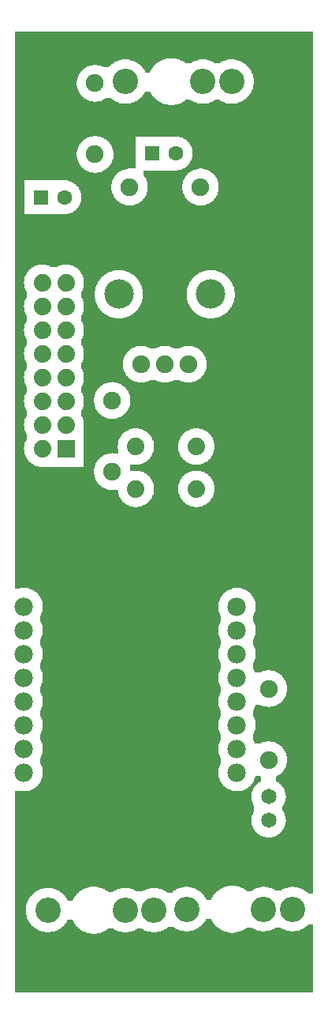
<source format=gbl>
G04 MADE WITH FRITZING*
G04 WWW.FRITZING.ORG*
G04 DOUBLE SIDED*
G04 HOLES PLATED*
G04 CONTOUR ON CENTER OF CONTOUR VECTOR*
%ASAXBY*%
%FSLAX23Y23*%
%MOIN*%
%OFA0B0*%
%SFA1.0B1.0*%
%ADD10C,0.075000*%
%ADD11C,0.074000*%
%ADD12C,0.077778*%
%ADD13C,0.065000*%
%ADD14C,0.107087*%
%ADD15C,0.074667*%
%ADD16C,0.074695*%
%ADD17C,0.124033*%
%ADD18C,0.062992*%
%ADD19R,0.074000X0.074000*%
%ADD20R,0.062992X0.062992*%
%LNCOPPER0*%
G90*
G70*
G54D10*
X1012Y4021D03*
G54D11*
X154Y2334D03*
X154Y2434D03*
X154Y2534D03*
X154Y2634D03*
X154Y2734D03*
X154Y2834D03*
X154Y2934D03*
X154Y3034D03*
X254Y2334D03*
X254Y2434D03*
X254Y2534D03*
X254Y2634D03*
X254Y2734D03*
X254Y2834D03*
X254Y2934D03*
X254Y3034D03*
G54D12*
X977Y968D03*
X977Y1068D03*
X977Y1168D03*
X977Y1268D03*
X977Y1368D03*
X977Y1468D03*
X977Y1568D03*
X977Y1668D03*
X77Y1668D03*
X77Y1568D03*
X77Y1468D03*
X77Y1368D03*
X77Y1268D03*
X77Y1168D03*
X77Y1068D03*
X77Y968D03*
G54D11*
X549Y2343D03*
X805Y2343D03*
X549Y2165D03*
X805Y2165D03*
G54D10*
X449Y2237D03*
X449Y2537D03*
X377Y3576D03*
X377Y3876D03*
X1111Y1322D03*
X1111Y1022D03*
G54D13*
X1111Y766D03*
X1111Y866D03*
G54D14*
X955Y3883D03*
X833Y3883D03*
X506Y3883D03*
X1213Y392D03*
X1090Y392D03*
X764Y392D03*
X627Y387D03*
X505Y387D03*
X178Y387D03*
G54D15*
X572Y2690D03*
X672Y2690D03*
G54D16*
X772Y2690D03*
G54D17*
X478Y2986D03*
X866Y2986D03*
G54D10*
X523Y3438D03*
X823Y3438D03*
G54D18*
X150Y3395D03*
X248Y3395D03*
X620Y3580D03*
X718Y3580D03*
G54D19*
X254Y2334D03*
G54D20*
X150Y3395D03*
X620Y3580D03*
G36*
X40Y4094D02*
X40Y3982D01*
X710Y3982D01*
X710Y3980D01*
X722Y3980D01*
X722Y3978D01*
X730Y3978D01*
X730Y3976D01*
X970Y3976D01*
X970Y3974D01*
X980Y3974D01*
X980Y3972D01*
X986Y3972D01*
X986Y3970D01*
X992Y3970D01*
X992Y3968D01*
X996Y3968D01*
X996Y3966D01*
X1000Y3966D01*
X1000Y3964D01*
X1002Y3964D01*
X1002Y3962D01*
X1006Y3962D01*
X1006Y3960D01*
X1008Y3960D01*
X1008Y3958D01*
X1012Y3958D01*
X1012Y3956D01*
X1014Y3956D01*
X1014Y3954D01*
X1016Y3954D01*
X1016Y3952D01*
X1018Y3952D01*
X1018Y3950D01*
X1020Y3950D01*
X1020Y3948D01*
X1022Y3948D01*
X1022Y3946D01*
X1024Y3946D01*
X1024Y3944D01*
X1026Y3944D01*
X1026Y3942D01*
X1028Y3942D01*
X1028Y3940D01*
X1030Y3940D01*
X1030Y3936D01*
X1032Y3936D01*
X1032Y3934D01*
X1034Y3934D01*
X1034Y3930D01*
X1036Y3930D01*
X1036Y3928D01*
X1038Y3928D01*
X1038Y3924D01*
X1040Y3924D01*
X1040Y3918D01*
X1042Y3918D01*
X1042Y3914D01*
X1044Y3914D01*
X1044Y3906D01*
X1046Y3906D01*
X1046Y3896D01*
X1048Y3896D01*
X1048Y3870D01*
X1046Y3870D01*
X1046Y3860D01*
X1044Y3860D01*
X1044Y3852D01*
X1042Y3852D01*
X1042Y3848D01*
X1040Y3848D01*
X1040Y3842D01*
X1038Y3842D01*
X1038Y3838D01*
X1036Y3838D01*
X1036Y3836D01*
X1034Y3836D01*
X1034Y3832D01*
X1032Y3832D01*
X1032Y3830D01*
X1030Y3830D01*
X1030Y3826D01*
X1028Y3826D01*
X1028Y3824D01*
X1026Y3824D01*
X1026Y3822D01*
X1024Y3822D01*
X1024Y3820D01*
X1022Y3820D01*
X1022Y3818D01*
X1020Y3818D01*
X1020Y3816D01*
X1018Y3816D01*
X1018Y3814D01*
X1016Y3814D01*
X1016Y3812D01*
X1014Y3812D01*
X1014Y3810D01*
X1012Y3810D01*
X1012Y3808D01*
X1010Y3808D01*
X1010Y3806D01*
X1006Y3806D01*
X1006Y3804D01*
X1002Y3804D01*
X1002Y3802D01*
X1000Y3802D01*
X1000Y3800D01*
X996Y3800D01*
X996Y3798D01*
X992Y3798D01*
X992Y3796D01*
X986Y3796D01*
X986Y3794D01*
X980Y3794D01*
X980Y3792D01*
X972Y3792D01*
X972Y3790D01*
X1298Y3790D01*
X1298Y4094D01*
X40Y4094D01*
G37*
D02*
G36*
X40Y3982D02*
X40Y3976D01*
X522Y3976D01*
X522Y3974D01*
X530Y3974D01*
X530Y3972D01*
X538Y3972D01*
X538Y3970D01*
X542Y3970D01*
X542Y3968D01*
X546Y3968D01*
X546Y3966D01*
X550Y3966D01*
X550Y3964D01*
X554Y3964D01*
X554Y3962D01*
X558Y3962D01*
X558Y3960D01*
X560Y3960D01*
X560Y3958D01*
X562Y3958D01*
X562Y3956D01*
X566Y3956D01*
X566Y3954D01*
X568Y3954D01*
X568Y3952D01*
X570Y3952D01*
X570Y3950D01*
X572Y3950D01*
X572Y3948D01*
X574Y3948D01*
X574Y3946D01*
X576Y3946D01*
X576Y3944D01*
X578Y3944D01*
X578Y3942D01*
X580Y3942D01*
X580Y3938D01*
X582Y3938D01*
X582Y3936D01*
X584Y3936D01*
X584Y3932D01*
X586Y3932D01*
X586Y3930D01*
X588Y3930D01*
X588Y3926D01*
X590Y3926D01*
X590Y3922D01*
X610Y3922D01*
X610Y3926D01*
X612Y3926D01*
X612Y3930D01*
X614Y3930D01*
X614Y3934D01*
X616Y3934D01*
X616Y3938D01*
X618Y3938D01*
X618Y3940D01*
X620Y3940D01*
X620Y3942D01*
X622Y3942D01*
X622Y3946D01*
X624Y3946D01*
X624Y3948D01*
X626Y3948D01*
X626Y3950D01*
X628Y3950D01*
X628Y3952D01*
X630Y3952D01*
X630Y3954D01*
X632Y3954D01*
X632Y3956D01*
X634Y3956D01*
X634Y3958D01*
X636Y3958D01*
X636Y3960D01*
X640Y3960D01*
X640Y3962D01*
X642Y3962D01*
X642Y3964D01*
X644Y3964D01*
X644Y3966D01*
X648Y3966D01*
X648Y3968D01*
X652Y3968D01*
X652Y3970D01*
X654Y3970D01*
X654Y3972D01*
X660Y3972D01*
X660Y3974D01*
X664Y3974D01*
X664Y3976D01*
X670Y3976D01*
X670Y3978D01*
X676Y3978D01*
X676Y3980D01*
X688Y3980D01*
X688Y3982D01*
X40Y3982D01*
G37*
D02*
G36*
X40Y3976D02*
X40Y3954D01*
X384Y3954D01*
X384Y3952D01*
X396Y3952D01*
X396Y3950D01*
X402Y3950D01*
X402Y3948D01*
X408Y3948D01*
X408Y3946D01*
X412Y3946D01*
X412Y3944D01*
X436Y3944D01*
X436Y3946D01*
X438Y3946D01*
X438Y3948D01*
X440Y3948D01*
X440Y3950D01*
X442Y3950D01*
X442Y3952D01*
X444Y3952D01*
X444Y3954D01*
X446Y3954D01*
X446Y3956D01*
X448Y3956D01*
X448Y3958D01*
X452Y3958D01*
X452Y3960D01*
X454Y3960D01*
X454Y3962D01*
X458Y3962D01*
X458Y3964D01*
X460Y3964D01*
X460Y3966D01*
X464Y3966D01*
X464Y3968D01*
X470Y3968D01*
X470Y3970D01*
X474Y3970D01*
X474Y3972D01*
X480Y3972D01*
X480Y3974D01*
X490Y3974D01*
X490Y3976D01*
X40Y3976D01*
G37*
D02*
G36*
X736Y3976D02*
X736Y3974D01*
X740Y3974D01*
X740Y3972D01*
X744Y3972D01*
X744Y3970D01*
X748Y3970D01*
X748Y3968D01*
X752Y3968D01*
X752Y3966D01*
X754Y3966D01*
X754Y3964D01*
X758Y3964D01*
X758Y3962D01*
X760Y3962D01*
X760Y3960D01*
X782Y3960D01*
X782Y3962D01*
X784Y3962D01*
X784Y3964D01*
X788Y3964D01*
X788Y3966D01*
X792Y3966D01*
X792Y3968D01*
X796Y3968D01*
X796Y3970D01*
X802Y3970D01*
X802Y3972D01*
X808Y3972D01*
X808Y3974D01*
X816Y3974D01*
X816Y3976D01*
X736Y3976D01*
G37*
D02*
G36*
X848Y3976D02*
X848Y3974D01*
X858Y3974D01*
X858Y3972D01*
X864Y3972D01*
X864Y3970D01*
X870Y3970D01*
X870Y3968D01*
X874Y3968D01*
X874Y3966D01*
X878Y3966D01*
X878Y3964D01*
X880Y3964D01*
X880Y3962D01*
X884Y3962D01*
X884Y3960D01*
X904Y3960D01*
X904Y3962D01*
X906Y3962D01*
X906Y3964D01*
X910Y3964D01*
X910Y3966D01*
X914Y3966D01*
X914Y3968D01*
X918Y3968D01*
X918Y3970D01*
X924Y3970D01*
X924Y3972D01*
X930Y3972D01*
X930Y3974D01*
X938Y3974D01*
X938Y3976D01*
X848Y3976D01*
G37*
D02*
G36*
X40Y3954D02*
X40Y3798D01*
X368Y3798D01*
X368Y3800D01*
X358Y3800D01*
X358Y3802D01*
X352Y3802D01*
X352Y3804D01*
X346Y3804D01*
X346Y3806D01*
X342Y3806D01*
X342Y3808D01*
X338Y3808D01*
X338Y3810D01*
X336Y3810D01*
X336Y3812D01*
X332Y3812D01*
X332Y3814D01*
X330Y3814D01*
X330Y3816D01*
X328Y3816D01*
X328Y3818D01*
X326Y3818D01*
X326Y3820D01*
X322Y3820D01*
X322Y3822D01*
X320Y3822D01*
X320Y3826D01*
X318Y3826D01*
X318Y3828D01*
X316Y3828D01*
X316Y3830D01*
X314Y3830D01*
X314Y3832D01*
X312Y3832D01*
X312Y3836D01*
X310Y3836D01*
X310Y3840D01*
X308Y3840D01*
X308Y3844D01*
X306Y3844D01*
X306Y3848D01*
X304Y3848D01*
X304Y3854D01*
X302Y3854D01*
X302Y3864D01*
X300Y3864D01*
X300Y3888D01*
X302Y3888D01*
X302Y3896D01*
X304Y3896D01*
X304Y3904D01*
X306Y3904D01*
X306Y3908D01*
X308Y3908D01*
X308Y3912D01*
X310Y3912D01*
X310Y3916D01*
X312Y3916D01*
X312Y3918D01*
X314Y3918D01*
X314Y3922D01*
X316Y3922D01*
X316Y3924D01*
X318Y3924D01*
X318Y3926D01*
X320Y3926D01*
X320Y3928D01*
X322Y3928D01*
X322Y3930D01*
X324Y3930D01*
X324Y3932D01*
X326Y3932D01*
X326Y3934D01*
X328Y3934D01*
X328Y3936D01*
X330Y3936D01*
X330Y3938D01*
X332Y3938D01*
X332Y3940D01*
X336Y3940D01*
X336Y3942D01*
X338Y3942D01*
X338Y3944D01*
X342Y3944D01*
X342Y3946D01*
X346Y3946D01*
X346Y3948D01*
X352Y3948D01*
X352Y3950D01*
X358Y3950D01*
X358Y3952D01*
X370Y3952D01*
X370Y3954D01*
X40Y3954D01*
G37*
D02*
G36*
X590Y3842D02*
X590Y3840D01*
X588Y3840D01*
X588Y3836D01*
X586Y3836D01*
X586Y3834D01*
X584Y3834D01*
X584Y3830D01*
X582Y3830D01*
X582Y3828D01*
X580Y3828D01*
X580Y3824D01*
X578Y3824D01*
X578Y3822D01*
X576Y3822D01*
X576Y3820D01*
X574Y3820D01*
X574Y3818D01*
X572Y3818D01*
X572Y3816D01*
X570Y3816D01*
X570Y3814D01*
X568Y3814D01*
X568Y3812D01*
X566Y3812D01*
X566Y3810D01*
X562Y3810D01*
X562Y3808D01*
X560Y3808D01*
X560Y3806D01*
X558Y3806D01*
X558Y3804D01*
X554Y3804D01*
X554Y3802D01*
X550Y3802D01*
X550Y3800D01*
X546Y3800D01*
X546Y3798D01*
X542Y3798D01*
X542Y3796D01*
X538Y3796D01*
X538Y3794D01*
X530Y3794D01*
X530Y3792D01*
X522Y3792D01*
X522Y3790D01*
X662Y3790D01*
X662Y3792D01*
X658Y3792D01*
X658Y3794D01*
X654Y3794D01*
X654Y3796D01*
X650Y3796D01*
X650Y3798D01*
X648Y3798D01*
X648Y3800D01*
X644Y3800D01*
X644Y3802D01*
X642Y3802D01*
X642Y3804D01*
X638Y3804D01*
X638Y3806D01*
X636Y3806D01*
X636Y3808D01*
X634Y3808D01*
X634Y3810D01*
X632Y3810D01*
X632Y3812D01*
X630Y3812D01*
X630Y3814D01*
X628Y3814D01*
X628Y3816D01*
X626Y3816D01*
X626Y3818D01*
X624Y3818D01*
X624Y3820D01*
X622Y3820D01*
X622Y3822D01*
X620Y3822D01*
X620Y3826D01*
X618Y3826D01*
X618Y3828D01*
X616Y3828D01*
X616Y3832D01*
X614Y3832D01*
X614Y3834D01*
X612Y3834D01*
X612Y3838D01*
X610Y3838D01*
X610Y3842D01*
X590Y3842D01*
G37*
D02*
G36*
X422Y3814D02*
X422Y3812D01*
X420Y3812D01*
X420Y3810D01*
X416Y3810D01*
X416Y3808D01*
X412Y3808D01*
X412Y3806D01*
X408Y3806D01*
X408Y3804D01*
X404Y3804D01*
X404Y3802D01*
X396Y3802D01*
X396Y3800D01*
X386Y3800D01*
X386Y3798D01*
X464Y3798D01*
X464Y3800D01*
X460Y3800D01*
X460Y3802D01*
X458Y3802D01*
X458Y3804D01*
X454Y3804D01*
X454Y3806D01*
X452Y3806D01*
X452Y3808D01*
X448Y3808D01*
X448Y3810D01*
X446Y3810D01*
X446Y3812D01*
X444Y3812D01*
X444Y3814D01*
X422Y3814D01*
G37*
D02*
G36*
X760Y3806D02*
X760Y3804D01*
X758Y3804D01*
X758Y3802D01*
X756Y3802D01*
X756Y3800D01*
X752Y3800D01*
X752Y3798D01*
X748Y3798D01*
X748Y3796D01*
X746Y3796D01*
X746Y3794D01*
X742Y3794D01*
X742Y3792D01*
X736Y3792D01*
X736Y3790D01*
X816Y3790D01*
X816Y3792D01*
X808Y3792D01*
X808Y3794D01*
X802Y3794D01*
X802Y3796D01*
X796Y3796D01*
X796Y3798D01*
X792Y3798D01*
X792Y3800D01*
X788Y3800D01*
X788Y3802D01*
X784Y3802D01*
X784Y3804D01*
X780Y3804D01*
X780Y3806D01*
X760Y3806D01*
G37*
D02*
G36*
X884Y3806D02*
X884Y3804D01*
X880Y3804D01*
X880Y3802D01*
X878Y3802D01*
X878Y3800D01*
X874Y3800D01*
X874Y3798D01*
X870Y3798D01*
X870Y3796D01*
X864Y3796D01*
X864Y3794D01*
X858Y3794D01*
X858Y3792D01*
X850Y3792D01*
X850Y3790D01*
X938Y3790D01*
X938Y3792D01*
X930Y3792D01*
X930Y3794D01*
X924Y3794D01*
X924Y3796D01*
X918Y3796D01*
X918Y3798D01*
X914Y3798D01*
X914Y3800D01*
X910Y3800D01*
X910Y3802D01*
X906Y3802D01*
X906Y3804D01*
X904Y3804D01*
X904Y3806D01*
X884Y3806D01*
G37*
D02*
G36*
X40Y3798D02*
X40Y3796D01*
X470Y3796D01*
X470Y3798D01*
X40Y3798D01*
G37*
D02*
G36*
X40Y3798D02*
X40Y3796D01*
X470Y3796D01*
X470Y3798D01*
X40Y3798D01*
G37*
D02*
G36*
X40Y3796D02*
X40Y3790D01*
X490Y3790D01*
X490Y3792D01*
X480Y3792D01*
X480Y3794D01*
X474Y3794D01*
X474Y3796D01*
X40Y3796D01*
G37*
D02*
G36*
X40Y3790D02*
X40Y3788D01*
X668Y3788D01*
X668Y3790D01*
X40Y3790D01*
G37*
D02*
G36*
X40Y3790D02*
X40Y3788D01*
X668Y3788D01*
X668Y3790D01*
X40Y3790D01*
G37*
D02*
G36*
X732Y3790D02*
X732Y3788D01*
X1298Y3788D01*
X1298Y3790D01*
X732Y3790D01*
G37*
D02*
G36*
X732Y3790D02*
X732Y3788D01*
X1298Y3788D01*
X1298Y3790D01*
X732Y3790D01*
G37*
D02*
G36*
X732Y3790D02*
X732Y3788D01*
X1298Y3788D01*
X1298Y3790D01*
X732Y3790D01*
G37*
D02*
G36*
X40Y3788D02*
X40Y3784D01*
X684Y3784D01*
X684Y3786D01*
X674Y3786D01*
X674Y3788D01*
X40Y3788D01*
G37*
D02*
G36*
X724Y3788D02*
X724Y3786D01*
X716Y3786D01*
X716Y3784D01*
X1298Y3784D01*
X1298Y3788D01*
X724Y3788D01*
G37*
D02*
G36*
X40Y3784D02*
X40Y3782D01*
X1298Y3782D01*
X1298Y3784D01*
X40Y3784D01*
G37*
D02*
G36*
X40Y3784D02*
X40Y3782D01*
X1298Y3782D01*
X1298Y3784D01*
X40Y3784D01*
G37*
D02*
G36*
X40Y3782D02*
X40Y3654D01*
X384Y3654D01*
X384Y3652D01*
X726Y3652D01*
X726Y3650D01*
X736Y3650D01*
X736Y3648D01*
X744Y3648D01*
X744Y3646D01*
X748Y3646D01*
X748Y3644D01*
X752Y3644D01*
X752Y3642D01*
X756Y3642D01*
X756Y3640D01*
X758Y3640D01*
X758Y3638D01*
X762Y3638D01*
X762Y3636D01*
X764Y3636D01*
X764Y3634D01*
X766Y3634D01*
X766Y3632D01*
X768Y3632D01*
X768Y3630D01*
X770Y3630D01*
X770Y3628D01*
X772Y3628D01*
X772Y3626D01*
X774Y3626D01*
X774Y3624D01*
X776Y3624D01*
X776Y3620D01*
X778Y3620D01*
X778Y3618D01*
X780Y3618D01*
X780Y3614D01*
X782Y3614D01*
X782Y3610D01*
X784Y3610D01*
X784Y3606D01*
X786Y3606D01*
X786Y3600D01*
X788Y3600D01*
X788Y3590D01*
X790Y3590D01*
X790Y3570D01*
X788Y3570D01*
X788Y3560D01*
X786Y3560D01*
X786Y3554D01*
X784Y3554D01*
X784Y3550D01*
X782Y3550D01*
X782Y3546D01*
X780Y3546D01*
X780Y3542D01*
X778Y3542D01*
X778Y3540D01*
X776Y3540D01*
X776Y3536D01*
X774Y3536D01*
X774Y3534D01*
X772Y3534D01*
X772Y3532D01*
X770Y3532D01*
X770Y3530D01*
X768Y3530D01*
X768Y3528D01*
X766Y3528D01*
X766Y3526D01*
X764Y3526D01*
X764Y3524D01*
X762Y3524D01*
X762Y3522D01*
X758Y3522D01*
X758Y3520D01*
X756Y3520D01*
X756Y3518D01*
X752Y3518D01*
X752Y3516D01*
X832Y3516D01*
X832Y3514D01*
X842Y3514D01*
X842Y3512D01*
X848Y3512D01*
X848Y3510D01*
X854Y3510D01*
X854Y3508D01*
X858Y3508D01*
X858Y3506D01*
X862Y3506D01*
X862Y3504D01*
X866Y3504D01*
X866Y3502D01*
X868Y3502D01*
X868Y3500D01*
X870Y3500D01*
X870Y3498D01*
X874Y3498D01*
X874Y3496D01*
X876Y3496D01*
X876Y3494D01*
X878Y3494D01*
X878Y3492D01*
X880Y3492D01*
X880Y3490D01*
X882Y3490D01*
X882Y3488D01*
X884Y3488D01*
X884Y3484D01*
X886Y3484D01*
X886Y3482D01*
X888Y3482D01*
X888Y3478D01*
X890Y3478D01*
X890Y3476D01*
X892Y3476D01*
X892Y3472D01*
X894Y3472D01*
X894Y3466D01*
X896Y3466D01*
X896Y3462D01*
X898Y3462D01*
X898Y3454D01*
X900Y3454D01*
X900Y3422D01*
X898Y3422D01*
X898Y3416D01*
X896Y3416D01*
X896Y3410D01*
X894Y3410D01*
X894Y3404D01*
X892Y3404D01*
X892Y3400D01*
X890Y3400D01*
X890Y3398D01*
X888Y3398D01*
X888Y3394D01*
X886Y3394D01*
X886Y3392D01*
X884Y3392D01*
X884Y3390D01*
X882Y3390D01*
X882Y3386D01*
X880Y3386D01*
X880Y3384D01*
X878Y3384D01*
X878Y3382D01*
X876Y3382D01*
X876Y3380D01*
X874Y3380D01*
X874Y3378D01*
X870Y3378D01*
X870Y3376D01*
X868Y3376D01*
X868Y3374D01*
X866Y3374D01*
X866Y3372D01*
X862Y3372D01*
X862Y3370D01*
X858Y3370D01*
X858Y3368D01*
X854Y3368D01*
X854Y3366D01*
X848Y3366D01*
X848Y3364D01*
X842Y3364D01*
X842Y3362D01*
X830Y3362D01*
X830Y3360D01*
X1298Y3360D01*
X1298Y3782D01*
X40Y3782D01*
G37*
D02*
G36*
X40Y3654D02*
X40Y3498D01*
X368Y3498D01*
X368Y3500D01*
X358Y3500D01*
X358Y3502D01*
X352Y3502D01*
X352Y3504D01*
X346Y3504D01*
X346Y3506D01*
X342Y3506D01*
X342Y3508D01*
X338Y3508D01*
X338Y3510D01*
X336Y3510D01*
X336Y3512D01*
X332Y3512D01*
X332Y3514D01*
X330Y3514D01*
X330Y3516D01*
X328Y3516D01*
X328Y3518D01*
X326Y3518D01*
X326Y3520D01*
X322Y3520D01*
X322Y3522D01*
X320Y3522D01*
X320Y3526D01*
X318Y3526D01*
X318Y3528D01*
X316Y3528D01*
X316Y3530D01*
X314Y3530D01*
X314Y3532D01*
X312Y3532D01*
X312Y3536D01*
X310Y3536D01*
X310Y3540D01*
X308Y3540D01*
X308Y3544D01*
X306Y3544D01*
X306Y3548D01*
X304Y3548D01*
X304Y3554D01*
X302Y3554D01*
X302Y3564D01*
X300Y3564D01*
X300Y3588D01*
X302Y3588D01*
X302Y3596D01*
X304Y3596D01*
X304Y3604D01*
X306Y3604D01*
X306Y3608D01*
X308Y3608D01*
X308Y3612D01*
X310Y3612D01*
X310Y3616D01*
X312Y3616D01*
X312Y3618D01*
X314Y3618D01*
X314Y3622D01*
X316Y3622D01*
X316Y3624D01*
X318Y3624D01*
X318Y3626D01*
X320Y3626D01*
X320Y3628D01*
X322Y3628D01*
X322Y3630D01*
X324Y3630D01*
X324Y3632D01*
X326Y3632D01*
X326Y3634D01*
X328Y3634D01*
X328Y3636D01*
X330Y3636D01*
X330Y3638D01*
X332Y3638D01*
X332Y3640D01*
X336Y3640D01*
X336Y3642D01*
X338Y3642D01*
X338Y3644D01*
X342Y3644D01*
X342Y3646D01*
X346Y3646D01*
X346Y3648D01*
X352Y3648D01*
X352Y3650D01*
X358Y3650D01*
X358Y3652D01*
X370Y3652D01*
X370Y3654D01*
X40Y3654D01*
G37*
D02*
G36*
X396Y3652D02*
X396Y3650D01*
X402Y3650D01*
X402Y3648D01*
X408Y3648D01*
X408Y3646D01*
X412Y3646D01*
X412Y3644D01*
X416Y3644D01*
X416Y3642D01*
X420Y3642D01*
X420Y3640D01*
X422Y3640D01*
X422Y3638D01*
X424Y3638D01*
X424Y3636D01*
X428Y3636D01*
X428Y3634D01*
X430Y3634D01*
X430Y3632D01*
X432Y3632D01*
X432Y3630D01*
X434Y3630D01*
X434Y3628D01*
X436Y3628D01*
X436Y3626D01*
X438Y3626D01*
X438Y3622D01*
X440Y3622D01*
X440Y3620D01*
X442Y3620D01*
X442Y3618D01*
X444Y3618D01*
X444Y3614D01*
X446Y3614D01*
X446Y3610D01*
X448Y3610D01*
X448Y3606D01*
X450Y3606D01*
X450Y3600D01*
X452Y3600D01*
X452Y3592D01*
X454Y3592D01*
X454Y3558D01*
X452Y3558D01*
X452Y3552D01*
X450Y3552D01*
X450Y3546D01*
X448Y3546D01*
X448Y3542D01*
X446Y3542D01*
X446Y3538D01*
X444Y3538D01*
X444Y3534D01*
X442Y3534D01*
X442Y3532D01*
X440Y3532D01*
X440Y3528D01*
X438Y3528D01*
X438Y3526D01*
X436Y3526D01*
X436Y3524D01*
X434Y3524D01*
X434Y3522D01*
X432Y3522D01*
X432Y3520D01*
X430Y3520D01*
X430Y3518D01*
X428Y3518D01*
X428Y3516D01*
X426Y3516D01*
X426Y3514D01*
X422Y3514D01*
X422Y3512D01*
X420Y3512D01*
X420Y3510D01*
X416Y3510D01*
X416Y3508D01*
X412Y3508D01*
X412Y3506D01*
X408Y3506D01*
X408Y3504D01*
X404Y3504D01*
X404Y3502D01*
X396Y3502D01*
X396Y3500D01*
X386Y3500D01*
X386Y3498D01*
X476Y3498D01*
X476Y3500D01*
X478Y3500D01*
X478Y3502D01*
X480Y3502D01*
X480Y3504D01*
X484Y3504D01*
X484Y3506D01*
X488Y3506D01*
X488Y3508D01*
X492Y3508D01*
X492Y3510D01*
X498Y3510D01*
X498Y3512D01*
X504Y3512D01*
X504Y3514D01*
X514Y3514D01*
X514Y3516D01*
X548Y3516D01*
X548Y3652D01*
X396Y3652D01*
G37*
D02*
G36*
X748Y3516D02*
X748Y3514D01*
X742Y3514D01*
X742Y3512D01*
X736Y3512D01*
X736Y3510D01*
X726Y3510D01*
X726Y3508D01*
X582Y3508D01*
X582Y3488D01*
X584Y3488D01*
X584Y3484D01*
X586Y3484D01*
X586Y3482D01*
X588Y3482D01*
X588Y3478D01*
X590Y3478D01*
X590Y3476D01*
X592Y3476D01*
X592Y3472D01*
X594Y3472D01*
X594Y3466D01*
X596Y3466D01*
X596Y3462D01*
X598Y3462D01*
X598Y3454D01*
X600Y3454D01*
X600Y3422D01*
X598Y3422D01*
X598Y3416D01*
X596Y3416D01*
X596Y3410D01*
X594Y3410D01*
X594Y3404D01*
X592Y3404D01*
X592Y3400D01*
X590Y3400D01*
X590Y3398D01*
X588Y3398D01*
X588Y3394D01*
X586Y3394D01*
X586Y3392D01*
X584Y3392D01*
X584Y3390D01*
X582Y3390D01*
X582Y3386D01*
X580Y3386D01*
X580Y3384D01*
X578Y3384D01*
X578Y3382D01*
X576Y3382D01*
X576Y3380D01*
X574Y3380D01*
X574Y3378D01*
X570Y3378D01*
X570Y3376D01*
X568Y3376D01*
X568Y3374D01*
X566Y3374D01*
X566Y3372D01*
X562Y3372D01*
X562Y3370D01*
X558Y3370D01*
X558Y3368D01*
X554Y3368D01*
X554Y3366D01*
X548Y3366D01*
X548Y3364D01*
X542Y3364D01*
X542Y3362D01*
X530Y3362D01*
X530Y3360D01*
X816Y3360D01*
X816Y3362D01*
X804Y3362D01*
X804Y3364D01*
X798Y3364D01*
X798Y3366D01*
X792Y3366D01*
X792Y3368D01*
X788Y3368D01*
X788Y3370D01*
X784Y3370D01*
X784Y3372D01*
X782Y3372D01*
X782Y3374D01*
X778Y3374D01*
X778Y3376D01*
X776Y3376D01*
X776Y3378D01*
X772Y3378D01*
X772Y3380D01*
X770Y3380D01*
X770Y3382D01*
X768Y3382D01*
X768Y3384D01*
X766Y3384D01*
X766Y3386D01*
X764Y3386D01*
X764Y3390D01*
X762Y3390D01*
X762Y3392D01*
X760Y3392D01*
X760Y3394D01*
X758Y3394D01*
X758Y3398D01*
X756Y3398D01*
X756Y3402D01*
X754Y3402D01*
X754Y3406D01*
X752Y3406D01*
X752Y3410D01*
X750Y3410D01*
X750Y3416D01*
X748Y3416D01*
X748Y3424D01*
X746Y3424D01*
X746Y3452D01*
X748Y3452D01*
X748Y3460D01*
X750Y3460D01*
X750Y3466D01*
X752Y3466D01*
X752Y3470D01*
X754Y3470D01*
X754Y3476D01*
X756Y3476D01*
X756Y3478D01*
X758Y3478D01*
X758Y3482D01*
X760Y3482D01*
X760Y3484D01*
X762Y3484D01*
X762Y3486D01*
X764Y3486D01*
X764Y3490D01*
X766Y3490D01*
X766Y3492D01*
X768Y3492D01*
X768Y3494D01*
X770Y3494D01*
X770Y3496D01*
X772Y3496D01*
X772Y3498D01*
X776Y3498D01*
X776Y3500D01*
X778Y3500D01*
X778Y3502D01*
X780Y3502D01*
X780Y3504D01*
X784Y3504D01*
X784Y3506D01*
X788Y3506D01*
X788Y3508D01*
X792Y3508D01*
X792Y3510D01*
X798Y3510D01*
X798Y3512D01*
X804Y3512D01*
X804Y3514D01*
X814Y3514D01*
X814Y3516D01*
X748Y3516D01*
G37*
D02*
G36*
X40Y3498D02*
X40Y3496D01*
X472Y3496D01*
X472Y3498D01*
X40Y3498D01*
G37*
D02*
G36*
X40Y3498D02*
X40Y3496D01*
X472Y3496D01*
X472Y3498D01*
X40Y3498D01*
G37*
D02*
G36*
X40Y3496D02*
X40Y3466D01*
X262Y3466D01*
X262Y3464D01*
X270Y3464D01*
X270Y3462D01*
X276Y3462D01*
X276Y3460D01*
X280Y3460D01*
X280Y3458D01*
X284Y3458D01*
X284Y3456D01*
X286Y3456D01*
X286Y3454D01*
X290Y3454D01*
X290Y3452D01*
X292Y3452D01*
X292Y3450D01*
X294Y3450D01*
X294Y3448D01*
X298Y3448D01*
X298Y3446D01*
X300Y3446D01*
X300Y3442D01*
X302Y3442D01*
X302Y3440D01*
X304Y3440D01*
X304Y3438D01*
X306Y3438D01*
X306Y3436D01*
X308Y3436D01*
X308Y3432D01*
X310Y3432D01*
X310Y3428D01*
X312Y3428D01*
X312Y3424D01*
X314Y3424D01*
X314Y3420D01*
X316Y3420D01*
X316Y3414D01*
X318Y3414D01*
X318Y3404D01*
X320Y3404D01*
X320Y3386D01*
X318Y3386D01*
X318Y3376D01*
X316Y3376D01*
X316Y3370D01*
X314Y3370D01*
X314Y3366D01*
X312Y3366D01*
X312Y3362D01*
X310Y3362D01*
X310Y3360D01*
X516Y3360D01*
X516Y3362D01*
X504Y3362D01*
X504Y3364D01*
X498Y3364D01*
X498Y3366D01*
X492Y3366D01*
X492Y3368D01*
X488Y3368D01*
X488Y3370D01*
X484Y3370D01*
X484Y3372D01*
X482Y3372D01*
X482Y3374D01*
X478Y3374D01*
X478Y3376D01*
X476Y3376D01*
X476Y3378D01*
X472Y3378D01*
X472Y3380D01*
X470Y3380D01*
X470Y3382D01*
X468Y3382D01*
X468Y3384D01*
X466Y3384D01*
X466Y3386D01*
X464Y3386D01*
X464Y3390D01*
X462Y3390D01*
X462Y3392D01*
X460Y3392D01*
X460Y3394D01*
X458Y3394D01*
X458Y3398D01*
X456Y3398D01*
X456Y3402D01*
X454Y3402D01*
X454Y3406D01*
X452Y3406D01*
X452Y3410D01*
X450Y3410D01*
X450Y3416D01*
X448Y3416D01*
X448Y3424D01*
X446Y3424D01*
X446Y3452D01*
X448Y3452D01*
X448Y3460D01*
X450Y3460D01*
X450Y3466D01*
X452Y3466D01*
X452Y3470D01*
X454Y3470D01*
X454Y3476D01*
X456Y3476D01*
X456Y3478D01*
X458Y3478D01*
X458Y3482D01*
X460Y3482D01*
X460Y3484D01*
X462Y3484D01*
X462Y3486D01*
X464Y3486D01*
X464Y3490D01*
X466Y3490D01*
X466Y3492D01*
X468Y3492D01*
X468Y3494D01*
X470Y3494D01*
X470Y3496D01*
X40Y3496D01*
G37*
D02*
G36*
X40Y3466D02*
X40Y3324D01*
X78Y3324D01*
X78Y3466D01*
X40Y3466D01*
G37*
D02*
G36*
X310Y3360D02*
X310Y3358D01*
X1298Y3358D01*
X1298Y3360D01*
X310Y3360D01*
G37*
D02*
G36*
X310Y3360D02*
X310Y3358D01*
X1298Y3358D01*
X1298Y3360D01*
X310Y3360D01*
G37*
D02*
G36*
X310Y3360D02*
X310Y3358D01*
X1298Y3358D01*
X1298Y3360D01*
X310Y3360D01*
G37*
D02*
G36*
X308Y3358D02*
X308Y3354D01*
X306Y3354D01*
X306Y3352D01*
X304Y3352D01*
X304Y3350D01*
X302Y3350D01*
X302Y3348D01*
X300Y3348D01*
X300Y3344D01*
X298Y3344D01*
X298Y3342D01*
X294Y3342D01*
X294Y3340D01*
X292Y3340D01*
X292Y3338D01*
X290Y3338D01*
X290Y3336D01*
X286Y3336D01*
X286Y3334D01*
X284Y3334D01*
X284Y3332D01*
X280Y3332D01*
X280Y3330D01*
X276Y3330D01*
X276Y3328D01*
X270Y3328D01*
X270Y3326D01*
X262Y3326D01*
X262Y3324D01*
X1298Y3324D01*
X1298Y3358D01*
X308Y3358D01*
G37*
D02*
G36*
X40Y3324D02*
X40Y3322D01*
X1298Y3322D01*
X1298Y3324D01*
X40Y3324D01*
G37*
D02*
G36*
X40Y3324D02*
X40Y3322D01*
X1298Y3322D01*
X1298Y3324D01*
X40Y3324D01*
G37*
D02*
G36*
X40Y3322D02*
X40Y3112D01*
X262Y3112D01*
X262Y3110D01*
X272Y3110D01*
X272Y3108D01*
X280Y3108D01*
X280Y3106D01*
X284Y3106D01*
X284Y3104D01*
X288Y3104D01*
X288Y3102D01*
X292Y3102D01*
X292Y3100D01*
X296Y3100D01*
X296Y3098D01*
X298Y3098D01*
X298Y3096D01*
X302Y3096D01*
X302Y3094D01*
X304Y3094D01*
X304Y3092D01*
X306Y3092D01*
X306Y3090D01*
X308Y3090D01*
X308Y3088D01*
X876Y3088D01*
X876Y3086D01*
X888Y3086D01*
X888Y3084D01*
X896Y3084D01*
X896Y3082D01*
X902Y3082D01*
X902Y3080D01*
X906Y3080D01*
X906Y3078D01*
X912Y3078D01*
X912Y3076D01*
X916Y3076D01*
X916Y3074D01*
X918Y3074D01*
X918Y3072D01*
X922Y3072D01*
X922Y3070D01*
X924Y3070D01*
X924Y3068D01*
X928Y3068D01*
X928Y3066D01*
X930Y3066D01*
X930Y3064D01*
X932Y3064D01*
X932Y3062D01*
X934Y3062D01*
X934Y3060D01*
X936Y3060D01*
X936Y3058D01*
X938Y3058D01*
X938Y3056D01*
X940Y3056D01*
X940Y3054D01*
X942Y3054D01*
X942Y3052D01*
X944Y3052D01*
X944Y3050D01*
X946Y3050D01*
X946Y3048D01*
X948Y3048D01*
X948Y3044D01*
X950Y3044D01*
X950Y3042D01*
X952Y3042D01*
X952Y3038D01*
X954Y3038D01*
X954Y3036D01*
X956Y3036D01*
X956Y3032D01*
X958Y3032D01*
X958Y3028D01*
X960Y3028D01*
X960Y3022D01*
X962Y3022D01*
X962Y3016D01*
X964Y3016D01*
X964Y3010D01*
X966Y3010D01*
X966Y2998D01*
X968Y2998D01*
X968Y2972D01*
X966Y2972D01*
X966Y2962D01*
X964Y2962D01*
X964Y2954D01*
X962Y2954D01*
X962Y2948D01*
X960Y2948D01*
X960Y2944D01*
X958Y2944D01*
X958Y2940D01*
X956Y2940D01*
X956Y2936D01*
X954Y2936D01*
X954Y2932D01*
X952Y2932D01*
X952Y2930D01*
X950Y2930D01*
X950Y2926D01*
X948Y2926D01*
X948Y2924D01*
X946Y2924D01*
X946Y2922D01*
X944Y2922D01*
X944Y2920D01*
X942Y2920D01*
X942Y2916D01*
X940Y2916D01*
X940Y2914D01*
X938Y2914D01*
X938Y2912D01*
X936Y2912D01*
X936Y2910D01*
X934Y2910D01*
X934Y2908D01*
X930Y2908D01*
X930Y2906D01*
X928Y2906D01*
X928Y2904D01*
X926Y2904D01*
X926Y2902D01*
X922Y2902D01*
X922Y2900D01*
X920Y2900D01*
X920Y2898D01*
X916Y2898D01*
X916Y2896D01*
X912Y2896D01*
X912Y2894D01*
X908Y2894D01*
X908Y2892D01*
X904Y2892D01*
X904Y2890D01*
X898Y2890D01*
X898Y2888D01*
X892Y2888D01*
X892Y2886D01*
X882Y2886D01*
X882Y2884D01*
X1298Y2884D01*
X1298Y3322D01*
X40Y3322D01*
G37*
D02*
G36*
X40Y3112D02*
X40Y2258D01*
X138Y2258D01*
X138Y2260D01*
X130Y2260D01*
X130Y2262D01*
X126Y2262D01*
X126Y2264D01*
X120Y2264D01*
X120Y2266D01*
X116Y2266D01*
X116Y2268D01*
X114Y2268D01*
X114Y2270D01*
X110Y2270D01*
X110Y2272D01*
X108Y2272D01*
X108Y2274D01*
X104Y2274D01*
X104Y2276D01*
X102Y2276D01*
X102Y2278D01*
X100Y2278D01*
X100Y2280D01*
X98Y2280D01*
X98Y2282D01*
X96Y2282D01*
X96Y2284D01*
X94Y2284D01*
X94Y2288D01*
X92Y2288D01*
X92Y2290D01*
X90Y2290D01*
X90Y2292D01*
X88Y2292D01*
X88Y2296D01*
X86Y2296D01*
X86Y2300D01*
X84Y2300D01*
X84Y2304D01*
X82Y2304D01*
X82Y2310D01*
X80Y2310D01*
X80Y2316D01*
X78Y2316D01*
X78Y2330D01*
X76Y2330D01*
X76Y2340D01*
X78Y2340D01*
X78Y2352D01*
X80Y2352D01*
X80Y2360D01*
X82Y2360D01*
X82Y2364D01*
X84Y2364D01*
X84Y2368D01*
X86Y2368D01*
X86Y2372D01*
X88Y2372D01*
X88Y2396D01*
X86Y2396D01*
X86Y2400D01*
X84Y2400D01*
X84Y2404D01*
X82Y2404D01*
X82Y2410D01*
X80Y2410D01*
X80Y2416D01*
X78Y2416D01*
X78Y2430D01*
X76Y2430D01*
X76Y2440D01*
X78Y2440D01*
X78Y2452D01*
X80Y2452D01*
X80Y2460D01*
X82Y2460D01*
X82Y2464D01*
X84Y2464D01*
X84Y2468D01*
X86Y2468D01*
X86Y2472D01*
X88Y2472D01*
X88Y2496D01*
X86Y2496D01*
X86Y2500D01*
X84Y2500D01*
X84Y2504D01*
X82Y2504D01*
X82Y2510D01*
X80Y2510D01*
X80Y2516D01*
X78Y2516D01*
X78Y2530D01*
X76Y2530D01*
X76Y2540D01*
X78Y2540D01*
X78Y2552D01*
X80Y2552D01*
X80Y2560D01*
X82Y2560D01*
X82Y2564D01*
X84Y2564D01*
X84Y2568D01*
X86Y2568D01*
X86Y2572D01*
X88Y2572D01*
X88Y2596D01*
X86Y2596D01*
X86Y2600D01*
X84Y2600D01*
X84Y2604D01*
X82Y2604D01*
X82Y2610D01*
X80Y2610D01*
X80Y2616D01*
X78Y2616D01*
X78Y2630D01*
X76Y2630D01*
X76Y2640D01*
X78Y2640D01*
X78Y2652D01*
X80Y2652D01*
X80Y2660D01*
X82Y2660D01*
X82Y2664D01*
X84Y2664D01*
X84Y2668D01*
X86Y2668D01*
X86Y2672D01*
X88Y2672D01*
X88Y2696D01*
X86Y2696D01*
X86Y2700D01*
X84Y2700D01*
X84Y2704D01*
X82Y2704D01*
X82Y2710D01*
X80Y2710D01*
X80Y2716D01*
X78Y2716D01*
X78Y2730D01*
X76Y2730D01*
X76Y2740D01*
X78Y2740D01*
X78Y2752D01*
X80Y2752D01*
X80Y2760D01*
X82Y2760D01*
X82Y2764D01*
X84Y2764D01*
X84Y2768D01*
X86Y2768D01*
X86Y2772D01*
X88Y2772D01*
X88Y2796D01*
X86Y2796D01*
X86Y2800D01*
X84Y2800D01*
X84Y2804D01*
X82Y2804D01*
X82Y2810D01*
X80Y2810D01*
X80Y2816D01*
X78Y2816D01*
X78Y2830D01*
X76Y2830D01*
X76Y2840D01*
X78Y2840D01*
X78Y2852D01*
X80Y2852D01*
X80Y2860D01*
X82Y2860D01*
X82Y2864D01*
X84Y2864D01*
X84Y2868D01*
X86Y2868D01*
X86Y2872D01*
X88Y2872D01*
X88Y2896D01*
X86Y2896D01*
X86Y2900D01*
X84Y2900D01*
X84Y2904D01*
X82Y2904D01*
X82Y2910D01*
X80Y2910D01*
X80Y2916D01*
X78Y2916D01*
X78Y2930D01*
X76Y2930D01*
X76Y2940D01*
X78Y2940D01*
X78Y2952D01*
X80Y2952D01*
X80Y2960D01*
X82Y2960D01*
X82Y2964D01*
X84Y2964D01*
X84Y2968D01*
X86Y2968D01*
X86Y2972D01*
X88Y2972D01*
X88Y2996D01*
X86Y2996D01*
X86Y3000D01*
X84Y3000D01*
X84Y3004D01*
X82Y3004D01*
X82Y3010D01*
X80Y3010D01*
X80Y3016D01*
X78Y3016D01*
X78Y3030D01*
X76Y3030D01*
X76Y3040D01*
X78Y3040D01*
X78Y3052D01*
X80Y3052D01*
X80Y3060D01*
X82Y3060D01*
X82Y3064D01*
X84Y3064D01*
X84Y3068D01*
X86Y3068D01*
X86Y3072D01*
X88Y3072D01*
X88Y3076D01*
X90Y3076D01*
X90Y3078D01*
X92Y3078D01*
X92Y3082D01*
X94Y3082D01*
X94Y3084D01*
X96Y3084D01*
X96Y3086D01*
X98Y3086D01*
X98Y3088D01*
X100Y3088D01*
X100Y3090D01*
X102Y3090D01*
X102Y3092D01*
X104Y3092D01*
X104Y3094D01*
X106Y3094D01*
X106Y3096D01*
X108Y3096D01*
X108Y3098D01*
X112Y3098D01*
X112Y3100D01*
X116Y3100D01*
X116Y3102D01*
X118Y3102D01*
X118Y3104D01*
X122Y3104D01*
X122Y3106D01*
X128Y3106D01*
X128Y3108D01*
X134Y3108D01*
X134Y3110D01*
X146Y3110D01*
X146Y3112D01*
X40Y3112D01*
G37*
D02*
G36*
X162Y3112D02*
X162Y3110D01*
X172Y3110D01*
X172Y3108D01*
X180Y3108D01*
X180Y3106D01*
X184Y3106D01*
X184Y3104D01*
X188Y3104D01*
X188Y3102D01*
X192Y3102D01*
X192Y3100D01*
X216Y3100D01*
X216Y3102D01*
X218Y3102D01*
X218Y3104D01*
X222Y3104D01*
X222Y3106D01*
X228Y3106D01*
X228Y3108D01*
X234Y3108D01*
X234Y3110D01*
X246Y3110D01*
X246Y3112D01*
X162Y3112D01*
G37*
D02*
G36*
X310Y3088D02*
X310Y3086D01*
X312Y3086D01*
X312Y3084D01*
X314Y3084D01*
X314Y3080D01*
X316Y3080D01*
X316Y3078D01*
X318Y3078D01*
X318Y3076D01*
X320Y3076D01*
X320Y3072D01*
X322Y3072D01*
X322Y3068D01*
X324Y3068D01*
X324Y3064D01*
X326Y3064D01*
X326Y3058D01*
X328Y3058D01*
X328Y3050D01*
X330Y3050D01*
X330Y3018D01*
X328Y3018D01*
X328Y3012D01*
X326Y3012D01*
X326Y3006D01*
X324Y3006D01*
X324Y3002D01*
X322Y3002D01*
X322Y2998D01*
X320Y2998D01*
X320Y2972D01*
X322Y2972D01*
X322Y2968D01*
X324Y2968D01*
X324Y2964D01*
X326Y2964D01*
X326Y2958D01*
X328Y2958D01*
X328Y2950D01*
X330Y2950D01*
X330Y2918D01*
X328Y2918D01*
X328Y2912D01*
X326Y2912D01*
X326Y2906D01*
X324Y2906D01*
X324Y2902D01*
X322Y2902D01*
X322Y2898D01*
X320Y2898D01*
X320Y2884D01*
X462Y2884D01*
X462Y2886D01*
X452Y2886D01*
X452Y2888D01*
X446Y2888D01*
X446Y2890D01*
X440Y2890D01*
X440Y2892D01*
X436Y2892D01*
X436Y2894D01*
X432Y2894D01*
X432Y2896D01*
X428Y2896D01*
X428Y2898D01*
X424Y2898D01*
X424Y2900D01*
X420Y2900D01*
X420Y2902D01*
X418Y2902D01*
X418Y2904D01*
X416Y2904D01*
X416Y2906D01*
X412Y2906D01*
X412Y2908D01*
X410Y2908D01*
X410Y2910D01*
X408Y2910D01*
X408Y2912D01*
X406Y2912D01*
X406Y2914D01*
X404Y2914D01*
X404Y2916D01*
X402Y2916D01*
X402Y2918D01*
X400Y2918D01*
X400Y2920D01*
X398Y2920D01*
X398Y2924D01*
X396Y2924D01*
X396Y2926D01*
X394Y2926D01*
X394Y2928D01*
X392Y2928D01*
X392Y2932D01*
X390Y2932D01*
X390Y2936D01*
X388Y2936D01*
X388Y2940D01*
X386Y2940D01*
X386Y2944D01*
X384Y2944D01*
X384Y2948D01*
X382Y2948D01*
X382Y2954D01*
X380Y2954D01*
X380Y2960D01*
X378Y2960D01*
X378Y2970D01*
X376Y2970D01*
X376Y3002D01*
X378Y3002D01*
X378Y3012D01*
X380Y3012D01*
X380Y3018D01*
X382Y3018D01*
X382Y3024D01*
X384Y3024D01*
X384Y3028D01*
X386Y3028D01*
X386Y3032D01*
X388Y3032D01*
X388Y3036D01*
X390Y3036D01*
X390Y3040D01*
X392Y3040D01*
X392Y3042D01*
X394Y3042D01*
X394Y3046D01*
X396Y3046D01*
X396Y3048D01*
X398Y3048D01*
X398Y3050D01*
X400Y3050D01*
X400Y3052D01*
X402Y3052D01*
X402Y3056D01*
X404Y3056D01*
X404Y3058D01*
X406Y3058D01*
X406Y3060D01*
X410Y3060D01*
X410Y3062D01*
X412Y3062D01*
X412Y3064D01*
X414Y3064D01*
X414Y3066D01*
X416Y3066D01*
X416Y3068D01*
X418Y3068D01*
X418Y3070D01*
X422Y3070D01*
X422Y3072D01*
X426Y3072D01*
X426Y3074D01*
X428Y3074D01*
X428Y3076D01*
X432Y3076D01*
X432Y3078D01*
X436Y3078D01*
X436Y3080D01*
X442Y3080D01*
X442Y3082D01*
X448Y3082D01*
X448Y3084D01*
X454Y3084D01*
X454Y3086D01*
X466Y3086D01*
X466Y3088D01*
X310Y3088D01*
G37*
D02*
G36*
X488Y3088D02*
X488Y3086D01*
X500Y3086D01*
X500Y3084D01*
X508Y3084D01*
X508Y3082D01*
X514Y3082D01*
X514Y3080D01*
X518Y3080D01*
X518Y3078D01*
X522Y3078D01*
X522Y3076D01*
X526Y3076D01*
X526Y3074D01*
X530Y3074D01*
X530Y3072D01*
X534Y3072D01*
X534Y3070D01*
X536Y3070D01*
X536Y3068D01*
X538Y3068D01*
X538Y3066D01*
X542Y3066D01*
X542Y3064D01*
X544Y3064D01*
X544Y3062D01*
X546Y3062D01*
X546Y3060D01*
X548Y3060D01*
X548Y3058D01*
X550Y3058D01*
X550Y3056D01*
X552Y3056D01*
X552Y3054D01*
X554Y3054D01*
X554Y3052D01*
X556Y3052D01*
X556Y3050D01*
X558Y3050D01*
X558Y3046D01*
X560Y3046D01*
X560Y3044D01*
X562Y3044D01*
X562Y3042D01*
X564Y3042D01*
X564Y3038D01*
X566Y3038D01*
X566Y3034D01*
X568Y3034D01*
X568Y3030D01*
X570Y3030D01*
X570Y3026D01*
X572Y3026D01*
X572Y3022D01*
X574Y3022D01*
X574Y3016D01*
X576Y3016D01*
X576Y3008D01*
X578Y3008D01*
X578Y2996D01*
X580Y2996D01*
X580Y2976D01*
X578Y2976D01*
X578Y2964D01*
X576Y2964D01*
X576Y2956D01*
X574Y2956D01*
X574Y2950D01*
X572Y2950D01*
X572Y2944D01*
X570Y2944D01*
X570Y2940D01*
X568Y2940D01*
X568Y2936D01*
X566Y2936D01*
X566Y2934D01*
X564Y2934D01*
X564Y2930D01*
X562Y2930D01*
X562Y2928D01*
X560Y2928D01*
X560Y2924D01*
X558Y2924D01*
X558Y2922D01*
X556Y2922D01*
X556Y2920D01*
X554Y2920D01*
X554Y2918D01*
X552Y2918D01*
X552Y2914D01*
X550Y2914D01*
X550Y2912D01*
X546Y2912D01*
X546Y2910D01*
X544Y2910D01*
X544Y2908D01*
X542Y2908D01*
X542Y2906D01*
X540Y2906D01*
X540Y2904D01*
X538Y2904D01*
X538Y2902D01*
X534Y2902D01*
X534Y2900D01*
X532Y2900D01*
X532Y2898D01*
X528Y2898D01*
X528Y2896D01*
X524Y2896D01*
X524Y2894D01*
X520Y2894D01*
X520Y2892D01*
X516Y2892D01*
X516Y2890D01*
X510Y2890D01*
X510Y2888D01*
X504Y2888D01*
X504Y2886D01*
X494Y2886D01*
X494Y2884D01*
X850Y2884D01*
X850Y2886D01*
X840Y2886D01*
X840Y2888D01*
X834Y2888D01*
X834Y2890D01*
X828Y2890D01*
X828Y2892D01*
X824Y2892D01*
X824Y2894D01*
X820Y2894D01*
X820Y2896D01*
X816Y2896D01*
X816Y2898D01*
X812Y2898D01*
X812Y2900D01*
X810Y2900D01*
X810Y2902D01*
X806Y2902D01*
X806Y2904D01*
X804Y2904D01*
X804Y2906D01*
X802Y2906D01*
X802Y2908D01*
X798Y2908D01*
X798Y2910D01*
X796Y2910D01*
X796Y2912D01*
X794Y2912D01*
X794Y2914D01*
X792Y2914D01*
X792Y2916D01*
X790Y2916D01*
X790Y2918D01*
X788Y2918D01*
X788Y2922D01*
X786Y2922D01*
X786Y2924D01*
X784Y2924D01*
X784Y2926D01*
X782Y2926D01*
X782Y2930D01*
X780Y2930D01*
X780Y2932D01*
X778Y2932D01*
X778Y2936D01*
X776Y2936D01*
X776Y2940D01*
X774Y2940D01*
X774Y2944D01*
X772Y2944D01*
X772Y2948D01*
X770Y2948D01*
X770Y2954D01*
X768Y2954D01*
X768Y2962D01*
X766Y2962D01*
X766Y2972D01*
X764Y2972D01*
X764Y3000D01*
X766Y3000D01*
X766Y3010D01*
X768Y3010D01*
X768Y3018D01*
X770Y3018D01*
X770Y3022D01*
X772Y3022D01*
X772Y3028D01*
X774Y3028D01*
X774Y3032D01*
X776Y3032D01*
X776Y3036D01*
X778Y3036D01*
X778Y3038D01*
X780Y3038D01*
X780Y3042D01*
X782Y3042D01*
X782Y3044D01*
X784Y3044D01*
X784Y3048D01*
X786Y3048D01*
X786Y3050D01*
X788Y3050D01*
X788Y3052D01*
X790Y3052D01*
X790Y3054D01*
X792Y3054D01*
X792Y3056D01*
X794Y3056D01*
X794Y3058D01*
X796Y3058D01*
X796Y3060D01*
X798Y3060D01*
X798Y3062D01*
X800Y3062D01*
X800Y3064D01*
X802Y3064D01*
X802Y3066D01*
X804Y3066D01*
X804Y3068D01*
X808Y3068D01*
X808Y3070D01*
X810Y3070D01*
X810Y3072D01*
X814Y3072D01*
X814Y3074D01*
X816Y3074D01*
X816Y3076D01*
X820Y3076D01*
X820Y3078D01*
X824Y3078D01*
X824Y3080D01*
X830Y3080D01*
X830Y3082D01*
X836Y3082D01*
X836Y3084D01*
X844Y3084D01*
X844Y3086D01*
X854Y3086D01*
X854Y3088D01*
X488Y3088D01*
G37*
D02*
G36*
X320Y2884D02*
X320Y2882D01*
X1298Y2882D01*
X1298Y2884D01*
X320Y2884D01*
G37*
D02*
G36*
X320Y2884D02*
X320Y2882D01*
X1298Y2882D01*
X1298Y2884D01*
X320Y2884D01*
G37*
D02*
G36*
X320Y2884D02*
X320Y2882D01*
X1298Y2882D01*
X1298Y2884D01*
X320Y2884D01*
G37*
D02*
G36*
X320Y2882D02*
X320Y2872D01*
X322Y2872D01*
X322Y2868D01*
X324Y2868D01*
X324Y2864D01*
X326Y2864D01*
X326Y2858D01*
X328Y2858D01*
X328Y2850D01*
X330Y2850D01*
X330Y2818D01*
X328Y2818D01*
X328Y2812D01*
X326Y2812D01*
X326Y2806D01*
X324Y2806D01*
X324Y2802D01*
X322Y2802D01*
X322Y2798D01*
X320Y2798D01*
X320Y2772D01*
X322Y2772D01*
X322Y2768D01*
X782Y2768D01*
X782Y2766D01*
X792Y2766D01*
X792Y2764D01*
X798Y2764D01*
X798Y2762D01*
X804Y2762D01*
X804Y2760D01*
X808Y2760D01*
X808Y2758D01*
X810Y2758D01*
X810Y2756D01*
X814Y2756D01*
X814Y2754D01*
X818Y2754D01*
X818Y2752D01*
X820Y2752D01*
X820Y2750D01*
X822Y2750D01*
X822Y2748D01*
X824Y2748D01*
X824Y2746D01*
X826Y2746D01*
X826Y2744D01*
X828Y2744D01*
X828Y2742D01*
X830Y2742D01*
X830Y2740D01*
X832Y2740D01*
X832Y2738D01*
X834Y2738D01*
X834Y2734D01*
X836Y2734D01*
X836Y2732D01*
X838Y2732D01*
X838Y2728D01*
X840Y2728D01*
X840Y2724D01*
X842Y2724D01*
X842Y2720D01*
X844Y2720D01*
X844Y2714D01*
X846Y2714D01*
X846Y2708D01*
X848Y2708D01*
X848Y2692D01*
X850Y2692D01*
X850Y2688D01*
X848Y2688D01*
X848Y2672D01*
X846Y2672D01*
X846Y2666D01*
X844Y2666D01*
X844Y2660D01*
X842Y2660D01*
X842Y2656D01*
X840Y2656D01*
X840Y2652D01*
X838Y2652D01*
X838Y2648D01*
X836Y2648D01*
X836Y2646D01*
X834Y2646D01*
X834Y2644D01*
X832Y2644D01*
X832Y2640D01*
X830Y2640D01*
X830Y2638D01*
X828Y2638D01*
X828Y2636D01*
X826Y2636D01*
X826Y2634D01*
X824Y2634D01*
X824Y2632D01*
X822Y2632D01*
X822Y2630D01*
X818Y2630D01*
X818Y2628D01*
X816Y2628D01*
X816Y2626D01*
X812Y2626D01*
X812Y2624D01*
X810Y2624D01*
X810Y2622D01*
X806Y2622D01*
X806Y2620D01*
X802Y2620D01*
X802Y2618D01*
X796Y2618D01*
X796Y2616D01*
X788Y2616D01*
X788Y2614D01*
X1298Y2614D01*
X1298Y2882D01*
X320Y2882D01*
G37*
D02*
G36*
X324Y2768D02*
X324Y2764D01*
X326Y2764D01*
X326Y2758D01*
X328Y2758D01*
X328Y2750D01*
X330Y2750D01*
X330Y2718D01*
X328Y2718D01*
X328Y2712D01*
X326Y2712D01*
X326Y2706D01*
X324Y2706D01*
X324Y2702D01*
X322Y2702D01*
X322Y2698D01*
X320Y2698D01*
X320Y2672D01*
X322Y2672D01*
X322Y2668D01*
X324Y2668D01*
X324Y2664D01*
X326Y2664D01*
X326Y2658D01*
X328Y2658D01*
X328Y2650D01*
X330Y2650D01*
X330Y2618D01*
X328Y2618D01*
X328Y2616D01*
X452Y2616D01*
X452Y2614D01*
X554Y2614D01*
X554Y2616D01*
X548Y2616D01*
X548Y2618D01*
X542Y2618D01*
X542Y2620D01*
X538Y2620D01*
X538Y2622D01*
X534Y2622D01*
X534Y2624D01*
X530Y2624D01*
X530Y2626D01*
X528Y2626D01*
X528Y2628D01*
X524Y2628D01*
X524Y2630D01*
X522Y2630D01*
X522Y2632D01*
X520Y2632D01*
X520Y2634D01*
X518Y2634D01*
X518Y2636D01*
X516Y2636D01*
X516Y2638D01*
X514Y2638D01*
X514Y2640D01*
X512Y2640D01*
X512Y2642D01*
X510Y2642D01*
X510Y2646D01*
X508Y2646D01*
X508Y2648D01*
X506Y2648D01*
X506Y2652D01*
X504Y2652D01*
X504Y2656D01*
X502Y2656D01*
X502Y2660D01*
X500Y2660D01*
X500Y2664D01*
X498Y2664D01*
X498Y2672D01*
X496Y2672D01*
X496Y2682D01*
X494Y2682D01*
X494Y2700D01*
X496Y2700D01*
X496Y2710D01*
X498Y2710D01*
X498Y2716D01*
X500Y2716D01*
X500Y2722D01*
X502Y2722D01*
X502Y2726D01*
X504Y2726D01*
X504Y2730D01*
X506Y2730D01*
X506Y2732D01*
X508Y2732D01*
X508Y2736D01*
X510Y2736D01*
X510Y2738D01*
X512Y2738D01*
X512Y2740D01*
X514Y2740D01*
X514Y2742D01*
X516Y2742D01*
X516Y2744D01*
X518Y2744D01*
X518Y2746D01*
X520Y2746D01*
X520Y2748D01*
X522Y2748D01*
X522Y2750D01*
X524Y2750D01*
X524Y2752D01*
X526Y2752D01*
X526Y2754D01*
X530Y2754D01*
X530Y2756D01*
X532Y2756D01*
X532Y2758D01*
X536Y2758D01*
X536Y2760D01*
X540Y2760D01*
X540Y2762D01*
X546Y2762D01*
X546Y2764D01*
X552Y2764D01*
X552Y2766D01*
X562Y2766D01*
X562Y2768D01*
X324Y2768D01*
G37*
D02*
G36*
X582Y2768D02*
X582Y2766D01*
X592Y2766D01*
X592Y2764D01*
X598Y2764D01*
X598Y2762D01*
X604Y2762D01*
X604Y2760D01*
X608Y2760D01*
X608Y2758D01*
X610Y2758D01*
X610Y2756D01*
X632Y2756D01*
X632Y2758D01*
X636Y2758D01*
X636Y2760D01*
X640Y2760D01*
X640Y2762D01*
X646Y2762D01*
X646Y2764D01*
X652Y2764D01*
X652Y2766D01*
X662Y2766D01*
X662Y2768D01*
X582Y2768D01*
G37*
D02*
G36*
X682Y2768D02*
X682Y2766D01*
X692Y2766D01*
X692Y2764D01*
X698Y2764D01*
X698Y2762D01*
X704Y2762D01*
X704Y2760D01*
X708Y2760D01*
X708Y2758D01*
X710Y2758D01*
X710Y2756D01*
X732Y2756D01*
X732Y2758D01*
X736Y2758D01*
X736Y2760D01*
X740Y2760D01*
X740Y2762D01*
X746Y2762D01*
X746Y2764D01*
X752Y2764D01*
X752Y2766D01*
X762Y2766D01*
X762Y2768D01*
X682Y2768D01*
G37*
D02*
G36*
X610Y2624D02*
X610Y2622D01*
X606Y2622D01*
X606Y2620D01*
X602Y2620D01*
X602Y2618D01*
X596Y2618D01*
X596Y2616D01*
X588Y2616D01*
X588Y2614D01*
X654Y2614D01*
X654Y2616D01*
X648Y2616D01*
X648Y2618D01*
X642Y2618D01*
X642Y2620D01*
X638Y2620D01*
X638Y2622D01*
X634Y2622D01*
X634Y2624D01*
X610Y2624D01*
G37*
D02*
G36*
X710Y2624D02*
X710Y2622D01*
X706Y2622D01*
X706Y2620D01*
X702Y2620D01*
X702Y2618D01*
X696Y2618D01*
X696Y2616D01*
X688Y2616D01*
X688Y2614D01*
X754Y2614D01*
X754Y2616D01*
X748Y2616D01*
X748Y2618D01*
X742Y2618D01*
X742Y2620D01*
X738Y2620D01*
X738Y2622D01*
X734Y2622D01*
X734Y2624D01*
X710Y2624D01*
G37*
D02*
G36*
X328Y2616D02*
X328Y2612D01*
X326Y2612D01*
X326Y2606D01*
X324Y2606D01*
X324Y2602D01*
X322Y2602D01*
X322Y2598D01*
X320Y2598D01*
X320Y2572D01*
X322Y2572D01*
X322Y2568D01*
X324Y2568D01*
X324Y2564D01*
X326Y2564D01*
X326Y2558D01*
X328Y2558D01*
X328Y2550D01*
X330Y2550D01*
X330Y2518D01*
X328Y2518D01*
X328Y2512D01*
X326Y2512D01*
X326Y2506D01*
X324Y2506D01*
X324Y2502D01*
X322Y2502D01*
X322Y2498D01*
X320Y2498D01*
X320Y2472D01*
X322Y2472D01*
X322Y2468D01*
X324Y2468D01*
X324Y2464D01*
X326Y2464D01*
X326Y2460D01*
X438Y2460D01*
X438Y2462D01*
X428Y2462D01*
X428Y2464D01*
X422Y2464D01*
X422Y2466D01*
X418Y2466D01*
X418Y2468D01*
X414Y2468D01*
X414Y2470D01*
X410Y2470D01*
X410Y2472D01*
X406Y2472D01*
X406Y2474D01*
X404Y2474D01*
X404Y2476D01*
X402Y2476D01*
X402Y2478D01*
X398Y2478D01*
X398Y2480D01*
X396Y2480D01*
X396Y2482D01*
X394Y2482D01*
X394Y2484D01*
X392Y2484D01*
X392Y2486D01*
X390Y2486D01*
X390Y2490D01*
X388Y2490D01*
X388Y2492D01*
X386Y2492D01*
X386Y2494D01*
X384Y2494D01*
X384Y2498D01*
X382Y2498D01*
X382Y2502D01*
X380Y2502D01*
X380Y2506D01*
X378Y2506D01*
X378Y2510D01*
X376Y2510D01*
X376Y2516D01*
X374Y2516D01*
X374Y2526D01*
X372Y2526D01*
X372Y2550D01*
X374Y2550D01*
X374Y2558D01*
X376Y2558D01*
X376Y2564D01*
X378Y2564D01*
X378Y2570D01*
X380Y2570D01*
X380Y2574D01*
X382Y2574D01*
X382Y2578D01*
X384Y2578D01*
X384Y2580D01*
X386Y2580D01*
X386Y2584D01*
X388Y2584D01*
X388Y2586D01*
X390Y2586D01*
X390Y2588D01*
X392Y2588D01*
X392Y2590D01*
X394Y2590D01*
X394Y2592D01*
X396Y2592D01*
X396Y2594D01*
X398Y2594D01*
X398Y2596D01*
X400Y2596D01*
X400Y2598D01*
X402Y2598D01*
X402Y2600D01*
X404Y2600D01*
X404Y2602D01*
X408Y2602D01*
X408Y2604D01*
X412Y2604D01*
X412Y2606D01*
X416Y2606D01*
X416Y2608D01*
X420Y2608D01*
X420Y2610D01*
X424Y2610D01*
X424Y2612D01*
X432Y2612D01*
X432Y2614D01*
X448Y2614D01*
X448Y2616D01*
X328Y2616D01*
G37*
D02*
G36*
X468Y2614D02*
X468Y2612D01*
X1298Y2612D01*
X1298Y2614D01*
X468Y2614D01*
G37*
D02*
G36*
X468Y2614D02*
X468Y2612D01*
X1298Y2612D01*
X1298Y2614D01*
X468Y2614D01*
G37*
D02*
G36*
X468Y2614D02*
X468Y2612D01*
X1298Y2612D01*
X1298Y2614D01*
X468Y2614D01*
G37*
D02*
G36*
X468Y2614D02*
X468Y2612D01*
X1298Y2612D01*
X1298Y2614D01*
X468Y2614D01*
G37*
D02*
G36*
X474Y2612D02*
X474Y2610D01*
X480Y2610D01*
X480Y2608D01*
X484Y2608D01*
X484Y2606D01*
X488Y2606D01*
X488Y2604D01*
X490Y2604D01*
X490Y2602D01*
X494Y2602D01*
X494Y2600D01*
X496Y2600D01*
X496Y2598D01*
X500Y2598D01*
X500Y2596D01*
X502Y2596D01*
X502Y2594D01*
X504Y2594D01*
X504Y2592D01*
X506Y2592D01*
X506Y2590D01*
X508Y2590D01*
X508Y2588D01*
X510Y2588D01*
X510Y2584D01*
X512Y2584D01*
X512Y2582D01*
X514Y2582D01*
X514Y2578D01*
X516Y2578D01*
X516Y2576D01*
X518Y2576D01*
X518Y2572D01*
X520Y2572D01*
X520Y2568D01*
X522Y2568D01*
X522Y2562D01*
X524Y2562D01*
X524Y2554D01*
X526Y2554D01*
X526Y2520D01*
X524Y2520D01*
X524Y2514D01*
X522Y2514D01*
X522Y2508D01*
X520Y2508D01*
X520Y2504D01*
X518Y2504D01*
X518Y2500D01*
X516Y2500D01*
X516Y2496D01*
X514Y2496D01*
X514Y2494D01*
X512Y2494D01*
X512Y2490D01*
X510Y2490D01*
X510Y2488D01*
X508Y2488D01*
X508Y2486D01*
X506Y2486D01*
X506Y2484D01*
X504Y2484D01*
X504Y2482D01*
X502Y2482D01*
X502Y2480D01*
X500Y2480D01*
X500Y2478D01*
X498Y2478D01*
X498Y2476D01*
X494Y2476D01*
X494Y2474D01*
X492Y2474D01*
X492Y2472D01*
X488Y2472D01*
X488Y2470D01*
X486Y2470D01*
X486Y2468D01*
X482Y2468D01*
X482Y2466D01*
X476Y2466D01*
X476Y2464D01*
X470Y2464D01*
X470Y2462D01*
X460Y2462D01*
X460Y2460D01*
X1298Y2460D01*
X1298Y2612D01*
X474Y2612D01*
G37*
D02*
G36*
X326Y2460D02*
X326Y2458D01*
X1298Y2458D01*
X1298Y2460D01*
X326Y2460D01*
G37*
D02*
G36*
X326Y2460D02*
X326Y2458D01*
X1298Y2458D01*
X1298Y2460D01*
X326Y2460D01*
G37*
D02*
G36*
X328Y2458D02*
X328Y2450D01*
X330Y2450D01*
X330Y2420D01*
X818Y2420D01*
X818Y2418D01*
X826Y2418D01*
X826Y2416D01*
X832Y2416D01*
X832Y2414D01*
X838Y2414D01*
X838Y2412D01*
X842Y2412D01*
X842Y2410D01*
X846Y2410D01*
X846Y2408D01*
X848Y2408D01*
X848Y2406D01*
X852Y2406D01*
X852Y2404D01*
X854Y2404D01*
X854Y2402D01*
X856Y2402D01*
X856Y2400D01*
X858Y2400D01*
X858Y2398D01*
X860Y2398D01*
X860Y2396D01*
X862Y2396D01*
X862Y2394D01*
X864Y2394D01*
X864Y2392D01*
X866Y2392D01*
X866Y2390D01*
X868Y2390D01*
X868Y2386D01*
X870Y2386D01*
X870Y2384D01*
X872Y2384D01*
X872Y2380D01*
X874Y2380D01*
X874Y2376D01*
X876Y2376D01*
X876Y2372D01*
X878Y2372D01*
X878Y2366D01*
X880Y2366D01*
X880Y2358D01*
X882Y2358D01*
X882Y2330D01*
X880Y2330D01*
X880Y2320D01*
X878Y2320D01*
X878Y2316D01*
X876Y2316D01*
X876Y2310D01*
X874Y2310D01*
X874Y2306D01*
X872Y2306D01*
X872Y2304D01*
X870Y2304D01*
X870Y2300D01*
X868Y2300D01*
X868Y2298D01*
X866Y2298D01*
X866Y2294D01*
X864Y2294D01*
X864Y2292D01*
X862Y2292D01*
X862Y2290D01*
X860Y2290D01*
X860Y2288D01*
X858Y2288D01*
X858Y2286D01*
X856Y2286D01*
X856Y2284D01*
X854Y2284D01*
X854Y2282D01*
X850Y2282D01*
X850Y2280D01*
X848Y2280D01*
X848Y2278D01*
X844Y2278D01*
X844Y2276D01*
X840Y2276D01*
X840Y2274D01*
X836Y2274D01*
X836Y2272D01*
X832Y2272D01*
X832Y2270D01*
X826Y2270D01*
X826Y2268D01*
X816Y2268D01*
X816Y2266D01*
X1298Y2266D01*
X1298Y2458D01*
X328Y2458D01*
G37*
D02*
G36*
X330Y2420D02*
X330Y2316D01*
X452Y2316D01*
X452Y2314D01*
X474Y2314D01*
X474Y2334D01*
X472Y2334D01*
X472Y2352D01*
X474Y2352D01*
X474Y2362D01*
X476Y2362D01*
X476Y2370D01*
X478Y2370D01*
X478Y2374D01*
X480Y2374D01*
X480Y2378D01*
X482Y2378D01*
X482Y2382D01*
X484Y2382D01*
X484Y2386D01*
X486Y2386D01*
X486Y2388D01*
X488Y2388D01*
X488Y2390D01*
X490Y2390D01*
X490Y2394D01*
X492Y2394D01*
X492Y2396D01*
X494Y2396D01*
X494Y2398D01*
X496Y2398D01*
X496Y2400D01*
X498Y2400D01*
X498Y2402D01*
X500Y2402D01*
X500Y2404D01*
X504Y2404D01*
X504Y2406D01*
X506Y2406D01*
X506Y2408D01*
X510Y2408D01*
X510Y2410D01*
X514Y2410D01*
X514Y2412D01*
X518Y2412D01*
X518Y2414D01*
X522Y2414D01*
X522Y2416D01*
X528Y2416D01*
X528Y2418D01*
X536Y2418D01*
X536Y2420D01*
X330Y2420D01*
G37*
D02*
G36*
X562Y2420D02*
X562Y2418D01*
X570Y2418D01*
X570Y2416D01*
X576Y2416D01*
X576Y2414D01*
X582Y2414D01*
X582Y2412D01*
X586Y2412D01*
X586Y2410D01*
X590Y2410D01*
X590Y2408D01*
X592Y2408D01*
X592Y2406D01*
X596Y2406D01*
X596Y2404D01*
X598Y2404D01*
X598Y2402D01*
X600Y2402D01*
X600Y2400D01*
X602Y2400D01*
X602Y2398D01*
X604Y2398D01*
X604Y2396D01*
X606Y2396D01*
X606Y2394D01*
X608Y2394D01*
X608Y2392D01*
X610Y2392D01*
X610Y2390D01*
X612Y2390D01*
X612Y2386D01*
X614Y2386D01*
X614Y2384D01*
X616Y2384D01*
X616Y2380D01*
X618Y2380D01*
X618Y2376D01*
X620Y2376D01*
X620Y2372D01*
X622Y2372D01*
X622Y2366D01*
X624Y2366D01*
X624Y2358D01*
X626Y2358D01*
X626Y2330D01*
X624Y2330D01*
X624Y2320D01*
X622Y2320D01*
X622Y2316D01*
X620Y2316D01*
X620Y2310D01*
X618Y2310D01*
X618Y2306D01*
X616Y2306D01*
X616Y2304D01*
X614Y2304D01*
X614Y2300D01*
X612Y2300D01*
X612Y2298D01*
X610Y2298D01*
X610Y2294D01*
X608Y2294D01*
X608Y2292D01*
X606Y2292D01*
X606Y2290D01*
X604Y2290D01*
X604Y2288D01*
X602Y2288D01*
X602Y2286D01*
X600Y2286D01*
X600Y2284D01*
X598Y2284D01*
X598Y2282D01*
X594Y2282D01*
X594Y2280D01*
X592Y2280D01*
X592Y2278D01*
X588Y2278D01*
X588Y2276D01*
X584Y2276D01*
X584Y2274D01*
X580Y2274D01*
X580Y2272D01*
X576Y2272D01*
X576Y2270D01*
X570Y2270D01*
X570Y2268D01*
X560Y2268D01*
X560Y2266D01*
X796Y2266D01*
X796Y2268D01*
X786Y2268D01*
X786Y2270D01*
X778Y2270D01*
X778Y2272D01*
X774Y2272D01*
X774Y2274D01*
X770Y2274D01*
X770Y2276D01*
X766Y2276D01*
X766Y2278D01*
X762Y2278D01*
X762Y2280D01*
X760Y2280D01*
X760Y2282D01*
X758Y2282D01*
X758Y2284D01*
X756Y2284D01*
X756Y2286D01*
X752Y2286D01*
X752Y2288D01*
X750Y2288D01*
X750Y2290D01*
X748Y2290D01*
X748Y2294D01*
X746Y2294D01*
X746Y2296D01*
X744Y2296D01*
X744Y2298D01*
X742Y2298D01*
X742Y2302D01*
X740Y2302D01*
X740Y2304D01*
X738Y2304D01*
X738Y2308D01*
X736Y2308D01*
X736Y2312D01*
X734Y2312D01*
X734Y2318D01*
X732Y2318D01*
X732Y2324D01*
X730Y2324D01*
X730Y2334D01*
X728Y2334D01*
X728Y2352D01*
X730Y2352D01*
X730Y2362D01*
X732Y2362D01*
X732Y2370D01*
X734Y2370D01*
X734Y2374D01*
X736Y2374D01*
X736Y2378D01*
X738Y2378D01*
X738Y2382D01*
X740Y2382D01*
X740Y2386D01*
X742Y2386D01*
X742Y2388D01*
X744Y2388D01*
X744Y2390D01*
X746Y2390D01*
X746Y2394D01*
X748Y2394D01*
X748Y2396D01*
X750Y2396D01*
X750Y2398D01*
X752Y2398D01*
X752Y2400D01*
X754Y2400D01*
X754Y2402D01*
X756Y2402D01*
X756Y2404D01*
X760Y2404D01*
X760Y2406D01*
X762Y2406D01*
X762Y2408D01*
X766Y2408D01*
X766Y2410D01*
X770Y2410D01*
X770Y2412D01*
X774Y2412D01*
X774Y2414D01*
X778Y2414D01*
X778Y2416D01*
X784Y2416D01*
X784Y2418D01*
X792Y2418D01*
X792Y2420D01*
X562Y2420D01*
G37*
D02*
G36*
X330Y2316D02*
X330Y2258D01*
X376Y2258D01*
X376Y2264D01*
X378Y2264D01*
X378Y2270D01*
X380Y2270D01*
X380Y2274D01*
X382Y2274D01*
X382Y2278D01*
X384Y2278D01*
X384Y2280D01*
X386Y2280D01*
X386Y2284D01*
X388Y2284D01*
X388Y2286D01*
X390Y2286D01*
X390Y2288D01*
X392Y2288D01*
X392Y2290D01*
X394Y2290D01*
X394Y2292D01*
X396Y2292D01*
X396Y2294D01*
X398Y2294D01*
X398Y2296D01*
X400Y2296D01*
X400Y2298D01*
X402Y2298D01*
X402Y2300D01*
X404Y2300D01*
X404Y2302D01*
X408Y2302D01*
X408Y2304D01*
X412Y2304D01*
X412Y2306D01*
X416Y2306D01*
X416Y2308D01*
X420Y2308D01*
X420Y2310D01*
X424Y2310D01*
X424Y2312D01*
X432Y2312D01*
X432Y2314D01*
X448Y2314D01*
X448Y2316D01*
X330Y2316D01*
G37*
D02*
G36*
X526Y2266D02*
X526Y2264D01*
X1298Y2264D01*
X1298Y2266D01*
X526Y2266D01*
G37*
D02*
G36*
X526Y2266D02*
X526Y2264D01*
X1298Y2264D01*
X1298Y2266D01*
X526Y2266D01*
G37*
D02*
G36*
X526Y2264D02*
X526Y2242D01*
X818Y2242D01*
X818Y2240D01*
X826Y2240D01*
X826Y2238D01*
X832Y2238D01*
X832Y2236D01*
X838Y2236D01*
X838Y2234D01*
X842Y2234D01*
X842Y2232D01*
X846Y2232D01*
X846Y2230D01*
X848Y2230D01*
X848Y2228D01*
X852Y2228D01*
X852Y2226D01*
X854Y2226D01*
X854Y2224D01*
X856Y2224D01*
X856Y2222D01*
X858Y2222D01*
X858Y2220D01*
X860Y2220D01*
X860Y2218D01*
X862Y2218D01*
X862Y2216D01*
X864Y2216D01*
X864Y2214D01*
X866Y2214D01*
X866Y2212D01*
X868Y2212D01*
X868Y2208D01*
X870Y2208D01*
X870Y2206D01*
X872Y2206D01*
X872Y2202D01*
X874Y2202D01*
X874Y2198D01*
X876Y2198D01*
X876Y2194D01*
X878Y2194D01*
X878Y2188D01*
X880Y2188D01*
X880Y2180D01*
X882Y2180D01*
X882Y2152D01*
X880Y2152D01*
X880Y2142D01*
X878Y2142D01*
X878Y2138D01*
X876Y2138D01*
X876Y2132D01*
X874Y2132D01*
X874Y2128D01*
X872Y2128D01*
X872Y2126D01*
X870Y2126D01*
X870Y2122D01*
X868Y2122D01*
X868Y2120D01*
X866Y2120D01*
X866Y2116D01*
X864Y2116D01*
X864Y2114D01*
X862Y2114D01*
X862Y2112D01*
X860Y2112D01*
X860Y2110D01*
X858Y2110D01*
X858Y2108D01*
X856Y2108D01*
X856Y2106D01*
X854Y2106D01*
X854Y2104D01*
X850Y2104D01*
X850Y2102D01*
X848Y2102D01*
X848Y2100D01*
X844Y2100D01*
X844Y2098D01*
X840Y2098D01*
X840Y2096D01*
X836Y2096D01*
X836Y2094D01*
X832Y2094D01*
X832Y2092D01*
X826Y2092D01*
X826Y2090D01*
X816Y2090D01*
X816Y2088D01*
X1298Y2088D01*
X1298Y2264D01*
X526Y2264D01*
G37*
D02*
G36*
X40Y2258D02*
X40Y2256D01*
X374Y2256D01*
X374Y2258D01*
X40Y2258D01*
G37*
D02*
G36*
X40Y2258D02*
X40Y2256D01*
X374Y2256D01*
X374Y2258D01*
X40Y2258D01*
G37*
D02*
G36*
X40Y2256D02*
X40Y2088D01*
X540Y2088D01*
X540Y2090D01*
X530Y2090D01*
X530Y2092D01*
X522Y2092D01*
X522Y2094D01*
X518Y2094D01*
X518Y2096D01*
X514Y2096D01*
X514Y2098D01*
X510Y2098D01*
X510Y2100D01*
X506Y2100D01*
X506Y2102D01*
X504Y2102D01*
X504Y2104D01*
X502Y2104D01*
X502Y2106D01*
X500Y2106D01*
X500Y2108D01*
X496Y2108D01*
X496Y2110D01*
X494Y2110D01*
X494Y2112D01*
X492Y2112D01*
X492Y2116D01*
X490Y2116D01*
X490Y2118D01*
X488Y2118D01*
X488Y2120D01*
X486Y2120D01*
X486Y2124D01*
X484Y2124D01*
X484Y2126D01*
X482Y2126D01*
X482Y2130D01*
X480Y2130D01*
X480Y2134D01*
X478Y2134D01*
X478Y2140D01*
X476Y2140D01*
X476Y2146D01*
X474Y2146D01*
X474Y2156D01*
X472Y2156D01*
X472Y2160D01*
X438Y2160D01*
X438Y2162D01*
X428Y2162D01*
X428Y2164D01*
X422Y2164D01*
X422Y2166D01*
X418Y2166D01*
X418Y2168D01*
X414Y2168D01*
X414Y2170D01*
X410Y2170D01*
X410Y2172D01*
X406Y2172D01*
X406Y2174D01*
X404Y2174D01*
X404Y2176D01*
X402Y2176D01*
X402Y2178D01*
X398Y2178D01*
X398Y2180D01*
X396Y2180D01*
X396Y2182D01*
X394Y2182D01*
X394Y2184D01*
X392Y2184D01*
X392Y2186D01*
X390Y2186D01*
X390Y2190D01*
X388Y2190D01*
X388Y2192D01*
X386Y2192D01*
X386Y2194D01*
X384Y2194D01*
X384Y2198D01*
X382Y2198D01*
X382Y2202D01*
X380Y2202D01*
X380Y2206D01*
X378Y2206D01*
X378Y2210D01*
X376Y2210D01*
X376Y2216D01*
X374Y2216D01*
X374Y2226D01*
X372Y2226D01*
X372Y2250D01*
X374Y2250D01*
X374Y2256D01*
X40Y2256D01*
G37*
D02*
G36*
X562Y2242D02*
X562Y2240D01*
X570Y2240D01*
X570Y2238D01*
X576Y2238D01*
X576Y2236D01*
X582Y2236D01*
X582Y2234D01*
X586Y2234D01*
X586Y2232D01*
X590Y2232D01*
X590Y2230D01*
X592Y2230D01*
X592Y2228D01*
X596Y2228D01*
X596Y2226D01*
X598Y2226D01*
X598Y2224D01*
X600Y2224D01*
X600Y2222D01*
X602Y2222D01*
X602Y2220D01*
X604Y2220D01*
X604Y2218D01*
X606Y2218D01*
X606Y2216D01*
X608Y2216D01*
X608Y2214D01*
X610Y2214D01*
X610Y2212D01*
X612Y2212D01*
X612Y2208D01*
X614Y2208D01*
X614Y2206D01*
X616Y2206D01*
X616Y2202D01*
X618Y2202D01*
X618Y2198D01*
X620Y2198D01*
X620Y2194D01*
X622Y2194D01*
X622Y2188D01*
X624Y2188D01*
X624Y2180D01*
X626Y2180D01*
X626Y2152D01*
X624Y2152D01*
X624Y2142D01*
X622Y2142D01*
X622Y2138D01*
X620Y2138D01*
X620Y2132D01*
X618Y2132D01*
X618Y2128D01*
X616Y2128D01*
X616Y2126D01*
X614Y2126D01*
X614Y2122D01*
X612Y2122D01*
X612Y2120D01*
X610Y2120D01*
X610Y2116D01*
X608Y2116D01*
X608Y2114D01*
X606Y2114D01*
X606Y2112D01*
X604Y2112D01*
X604Y2110D01*
X602Y2110D01*
X602Y2108D01*
X600Y2108D01*
X600Y2106D01*
X598Y2106D01*
X598Y2104D01*
X594Y2104D01*
X594Y2102D01*
X592Y2102D01*
X592Y2100D01*
X588Y2100D01*
X588Y2098D01*
X584Y2098D01*
X584Y2096D01*
X580Y2096D01*
X580Y2094D01*
X576Y2094D01*
X576Y2092D01*
X570Y2092D01*
X570Y2090D01*
X560Y2090D01*
X560Y2088D01*
X796Y2088D01*
X796Y2090D01*
X786Y2090D01*
X786Y2092D01*
X778Y2092D01*
X778Y2094D01*
X774Y2094D01*
X774Y2096D01*
X770Y2096D01*
X770Y2098D01*
X766Y2098D01*
X766Y2100D01*
X762Y2100D01*
X762Y2102D01*
X760Y2102D01*
X760Y2104D01*
X758Y2104D01*
X758Y2106D01*
X756Y2106D01*
X756Y2108D01*
X752Y2108D01*
X752Y2110D01*
X750Y2110D01*
X750Y2112D01*
X748Y2112D01*
X748Y2116D01*
X746Y2116D01*
X746Y2118D01*
X744Y2118D01*
X744Y2120D01*
X742Y2120D01*
X742Y2124D01*
X740Y2124D01*
X740Y2126D01*
X738Y2126D01*
X738Y2130D01*
X736Y2130D01*
X736Y2134D01*
X734Y2134D01*
X734Y2140D01*
X732Y2140D01*
X732Y2146D01*
X730Y2146D01*
X730Y2156D01*
X728Y2156D01*
X728Y2174D01*
X730Y2174D01*
X730Y2184D01*
X732Y2184D01*
X732Y2192D01*
X734Y2192D01*
X734Y2196D01*
X736Y2196D01*
X736Y2200D01*
X738Y2200D01*
X738Y2204D01*
X740Y2204D01*
X740Y2208D01*
X742Y2208D01*
X742Y2210D01*
X744Y2210D01*
X744Y2212D01*
X746Y2212D01*
X746Y2216D01*
X748Y2216D01*
X748Y2218D01*
X750Y2218D01*
X750Y2220D01*
X752Y2220D01*
X752Y2222D01*
X754Y2222D01*
X754Y2224D01*
X756Y2224D01*
X756Y2226D01*
X760Y2226D01*
X760Y2228D01*
X762Y2228D01*
X762Y2230D01*
X766Y2230D01*
X766Y2232D01*
X770Y2232D01*
X770Y2234D01*
X774Y2234D01*
X774Y2236D01*
X778Y2236D01*
X778Y2238D01*
X784Y2238D01*
X784Y2240D01*
X792Y2240D01*
X792Y2242D01*
X562Y2242D01*
G37*
D02*
G36*
X40Y2088D02*
X40Y2086D01*
X1298Y2086D01*
X1298Y2088D01*
X40Y2088D01*
G37*
D02*
G36*
X40Y2088D02*
X40Y2086D01*
X1298Y2086D01*
X1298Y2088D01*
X40Y2088D01*
G37*
D02*
G36*
X40Y2088D02*
X40Y2086D01*
X1298Y2086D01*
X1298Y2088D01*
X40Y2088D01*
G37*
D02*
G36*
X40Y2086D02*
X40Y1746D01*
X994Y1746D01*
X994Y1744D01*
X1002Y1744D01*
X1002Y1742D01*
X1008Y1742D01*
X1008Y1740D01*
X1012Y1740D01*
X1012Y1738D01*
X1016Y1738D01*
X1016Y1736D01*
X1018Y1736D01*
X1018Y1734D01*
X1022Y1734D01*
X1022Y1732D01*
X1024Y1732D01*
X1024Y1730D01*
X1028Y1730D01*
X1028Y1728D01*
X1030Y1728D01*
X1030Y1726D01*
X1032Y1726D01*
X1032Y1724D01*
X1034Y1724D01*
X1034Y1722D01*
X1036Y1722D01*
X1036Y1720D01*
X1038Y1720D01*
X1038Y1718D01*
X1040Y1718D01*
X1040Y1714D01*
X1042Y1714D01*
X1042Y1712D01*
X1044Y1712D01*
X1044Y1708D01*
X1046Y1708D01*
X1046Y1704D01*
X1048Y1704D01*
X1048Y1700D01*
X1050Y1700D01*
X1050Y1696D01*
X1052Y1696D01*
X1052Y1690D01*
X1054Y1690D01*
X1054Y1682D01*
X1056Y1682D01*
X1056Y1654D01*
X1054Y1654D01*
X1054Y1646D01*
X1052Y1646D01*
X1052Y1640D01*
X1050Y1640D01*
X1050Y1636D01*
X1048Y1636D01*
X1048Y1632D01*
X1046Y1632D01*
X1046Y1628D01*
X1044Y1628D01*
X1044Y1608D01*
X1046Y1608D01*
X1046Y1604D01*
X1048Y1604D01*
X1048Y1600D01*
X1050Y1600D01*
X1050Y1596D01*
X1052Y1596D01*
X1052Y1590D01*
X1054Y1590D01*
X1054Y1582D01*
X1056Y1582D01*
X1056Y1554D01*
X1054Y1554D01*
X1054Y1546D01*
X1052Y1546D01*
X1052Y1540D01*
X1050Y1540D01*
X1050Y1536D01*
X1048Y1536D01*
X1048Y1532D01*
X1046Y1532D01*
X1046Y1528D01*
X1044Y1528D01*
X1044Y1508D01*
X1046Y1508D01*
X1046Y1504D01*
X1048Y1504D01*
X1048Y1500D01*
X1050Y1500D01*
X1050Y1496D01*
X1052Y1496D01*
X1052Y1490D01*
X1054Y1490D01*
X1054Y1482D01*
X1056Y1482D01*
X1056Y1454D01*
X1054Y1454D01*
X1054Y1446D01*
X1052Y1446D01*
X1052Y1440D01*
X1050Y1440D01*
X1050Y1436D01*
X1048Y1436D01*
X1048Y1432D01*
X1046Y1432D01*
X1046Y1428D01*
X1044Y1428D01*
X1044Y1408D01*
X1046Y1408D01*
X1046Y1404D01*
X1048Y1404D01*
X1048Y1400D01*
X1120Y1400D01*
X1120Y1398D01*
X1130Y1398D01*
X1130Y1396D01*
X1138Y1396D01*
X1138Y1394D01*
X1142Y1394D01*
X1142Y1392D01*
X1146Y1392D01*
X1146Y1390D01*
X1150Y1390D01*
X1150Y1388D01*
X1154Y1388D01*
X1154Y1386D01*
X1156Y1386D01*
X1156Y1384D01*
X1160Y1384D01*
X1160Y1382D01*
X1162Y1382D01*
X1162Y1380D01*
X1164Y1380D01*
X1164Y1378D01*
X1166Y1378D01*
X1166Y1376D01*
X1168Y1376D01*
X1168Y1374D01*
X1170Y1374D01*
X1170Y1372D01*
X1172Y1372D01*
X1172Y1368D01*
X1174Y1368D01*
X1174Y1366D01*
X1176Y1366D01*
X1176Y1362D01*
X1178Y1362D01*
X1178Y1360D01*
X1180Y1360D01*
X1180Y1356D01*
X1182Y1356D01*
X1182Y1352D01*
X1184Y1352D01*
X1184Y1346D01*
X1186Y1346D01*
X1186Y1338D01*
X1188Y1338D01*
X1188Y1306D01*
X1186Y1306D01*
X1186Y1298D01*
X1184Y1298D01*
X1184Y1292D01*
X1182Y1292D01*
X1182Y1288D01*
X1180Y1288D01*
X1180Y1284D01*
X1178Y1284D01*
X1178Y1282D01*
X1176Y1282D01*
X1176Y1278D01*
X1174Y1278D01*
X1174Y1276D01*
X1172Y1276D01*
X1172Y1272D01*
X1170Y1272D01*
X1170Y1270D01*
X1168Y1270D01*
X1168Y1268D01*
X1166Y1268D01*
X1166Y1266D01*
X1164Y1266D01*
X1164Y1264D01*
X1162Y1264D01*
X1162Y1262D01*
X1158Y1262D01*
X1158Y1260D01*
X1156Y1260D01*
X1156Y1258D01*
X1154Y1258D01*
X1154Y1256D01*
X1150Y1256D01*
X1150Y1254D01*
X1146Y1254D01*
X1146Y1252D01*
X1142Y1252D01*
X1142Y1250D01*
X1136Y1250D01*
X1136Y1248D01*
X1130Y1248D01*
X1130Y1246D01*
X1120Y1246D01*
X1120Y1244D01*
X1298Y1244D01*
X1298Y2086D01*
X40Y2086D01*
G37*
D02*
G36*
X40Y1746D02*
X40Y1744D01*
X60Y1744D01*
X60Y1746D01*
X40Y1746D01*
G37*
D02*
G36*
X94Y1746D02*
X94Y1744D01*
X102Y1744D01*
X102Y1742D01*
X108Y1742D01*
X108Y1740D01*
X112Y1740D01*
X112Y1738D01*
X116Y1738D01*
X116Y1736D01*
X118Y1736D01*
X118Y1734D01*
X122Y1734D01*
X122Y1732D01*
X124Y1732D01*
X124Y1730D01*
X128Y1730D01*
X128Y1728D01*
X130Y1728D01*
X130Y1726D01*
X132Y1726D01*
X132Y1724D01*
X134Y1724D01*
X134Y1722D01*
X136Y1722D01*
X136Y1720D01*
X138Y1720D01*
X138Y1718D01*
X140Y1718D01*
X140Y1714D01*
X142Y1714D01*
X142Y1712D01*
X144Y1712D01*
X144Y1708D01*
X146Y1708D01*
X146Y1704D01*
X148Y1704D01*
X148Y1700D01*
X150Y1700D01*
X150Y1696D01*
X152Y1696D01*
X152Y1690D01*
X154Y1690D01*
X154Y1682D01*
X156Y1682D01*
X156Y1654D01*
X154Y1654D01*
X154Y1646D01*
X152Y1646D01*
X152Y1640D01*
X150Y1640D01*
X150Y1636D01*
X148Y1636D01*
X148Y1632D01*
X146Y1632D01*
X146Y1628D01*
X144Y1628D01*
X144Y1608D01*
X146Y1608D01*
X146Y1604D01*
X148Y1604D01*
X148Y1600D01*
X150Y1600D01*
X150Y1596D01*
X152Y1596D01*
X152Y1590D01*
X154Y1590D01*
X154Y1582D01*
X156Y1582D01*
X156Y1554D01*
X154Y1554D01*
X154Y1546D01*
X152Y1546D01*
X152Y1540D01*
X150Y1540D01*
X150Y1536D01*
X148Y1536D01*
X148Y1532D01*
X146Y1532D01*
X146Y1528D01*
X144Y1528D01*
X144Y1508D01*
X146Y1508D01*
X146Y1504D01*
X148Y1504D01*
X148Y1500D01*
X150Y1500D01*
X150Y1496D01*
X152Y1496D01*
X152Y1490D01*
X154Y1490D01*
X154Y1482D01*
X156Y1482D01*
X156Y1454D01*
X154Y1454D01*
X154Y1446D01*
X152Y1446D01*
X152Y1440D01*
X150Y1440D01*
X150Y1436D01*
X148Y1436D01*
X148Y1432D01*
X146Y1432D01*
X146Y1428D01*
X144Y1428D01*
X144Y1408D01*
X146Y1408D01*
X146Y1404D01*
X148Y1404D01*
X148Y1400D01*
X150Y1400D01*
X150Y1396D01*
X152Y1396D01*
X152Y1390D01*
X154Y1390D01*
X154Y1382D01*
X156Y1382D01*
X156Y1354D01*
X154Y1354D01*
X154Y1346D01*
X152Y1346D01*
X152Y1340D01*
X150Y1340D01*
X150Y1336D01*
X148Y1336D01*
X148Y1332D01*
X146Y1332D01*
X146Y1328D01*
X144Y1328D01*
X144Y1308D01*
X146Y1308D01*
X146Y1304D01*
X148Y1304D01*
X148Y1300D01*
X150Y1300D01*
X150Y1296D01*
X152Y1296D01*
X152Y1290D01*
X154Y1290D01*
X154Y1282D01*
X156Y1282D01*
X156Y1254D01*
X154Y1254D01*
X154Y1246D01*
X152Y1246D01*
X152Y1240D01*
X150Y1240D01*
X150Y1236D01*
X148Y1236D01*
X148Y1232D01*
X146Y1232D01*
X146Y1228D01*
X144Y1228D01*
X144Y1208D01*
X146Y1208D01*
X146Y1204D01*
X148Y1204D01*
X148Y1200D01*
X150Y1200D01*
X150Y1196D01*
X152Y1196D01*
X152Y1190D01*
X154Y1190D01*
X154Y1182D01*
X156Y1182D01*
X156Y1154D01*
X154Y1154D01*
X154Y1146D01*
X152Y1146D01*
X152Y1140D01*
X150Y1140D01*
X150Y1136D01*
X148Y1136D01*
X148Y1132D01*
X146Y1132D01*
X146Y1128D01*
X144Y1128D01*
X144Y1108D01*
X146Y1108D01*
X146Y1104D01*
X148Y1104D01*
X148Y1100D01*
X150Y1100D01*
X150Y1096D01*
X152Y1096D01*
X152Y1090D01*
X154Y1090D01*
X154Y1082D01*
X156Y1082D01*
X156Y1054D01*
X154Y1054D01*
X154Y1046D01*
X152Y1046D01*
X152Y1040D01*
X150Y1040D01*
X150Y1036D01*
X148Y1036D01*
X148Y1032D01*
X146Y1032D01*
X146Y1028D01*
X144Y1028D01*
X144Y1008D01*
X146Y1008D01*
X146Y1004D01*
X148Y1004D01*
X148Y1000D01*
X150Y1000D01*
X150Y996D01*
X152Y996D01*
X152Y990D01*
X154Y990D01*
X154Y982D01*
X156Y982D01*
X156Y954D01*
X154Y954D01*
X154Y946D01*
X152Y946D01*
X152Y940D01*
X150Y940D01*
X150Y936D01*
X148Y936D01*
X148Y932D01*
X146Y932D01*
X146Y928D01*
X144Y928D01*
X144Y924D01*
X142Y924D01*
X142Y922D01*
X140Y922D01*
X140Y918D01*
X138Y918D01*
X138Y916D01*
X136Y916D01*
X136Y914D01*
X134Y914D01*
X134Y912D01*
X132Y912D01*
X132Y910D01*
X130Y910D01*
X130Y908D01*
X128Y908D01*
X128Y906D01*
X124Y906D01*
X124Y904D01*
X122Y904D01*
X122Y902D01*
X118Y902D01*
X118Y900D01*
X116Y900D01*
X116Y898D01*
X112Y898D01*
X112Y896D01*
X108Y896D01*
X108Y894D01*
X102Y894D01*
X102Y892D01*
X94Y892D01*
X94Y890D01*
X960Y890D01*
X960Y892D01*
X954Y892D01*
X954Y894D01*
X948Y894D01*
X948Y896D01*
X944Y896D01*
X944Y898D01*
X940Y898D01*
X940Y900D01*
X936Y900D01*
X936Y902D01*
X932Y902D01*
X932Y904D01*
X930Y904D01*
X930Y906D01*
X928Y906D01*
X928Y908D01*
X926Y908D01*
X926Y910D01*
X922Y910D01*
X922Y912D01*
X920Y912D01*
X920Y916D01*
X918Y916D01*
X918Y918D01*
X916Y918D01*
X916Y920D01*
X914Y920D01*
X914Y922D01*
X912Y922D01*
X912Y926D01*
X910Y926D01*
X910Y928D01*
X908Y928D01*
X908Y932D01*
X906Y932D01*
X906Y936D01*
X904Y936D01*
X904Y942D01*
X902Y942D01*
X902Y948D01*
X900Y948D01*
X900Y960D01*
X898Y960D01*
X898Y976D01*
X900Y976D01*
X900Y988D01*
X902Y988D01*
X902Y994D01*
X904Y994D01*
X904Y1000D01*
X906Y1000D01*
X906Y1004D01*
X908Y1004D01*
X908Y1008D01*
X910Y1008D01*
X910Y1028D01*
X908Y1028D01*
X908Y1032D01*
X906Y1032D01*
X906Y1036D01*
X904Y1036D01*
X904Y1042D01*
X902Y1042D01*
X902Y1048D01*
X900Y1048D01*
X900Y1060D01*
X898Y1060D01*
X898Y1076D01*
X900Y1076D01*
X900Y1088D01*
X902Y1088D01*
X902Y1094D01*
X904Y1094D01*
X904Y1100D01*
X906Y1100D01*
X906Y1104D01*
X908Y1104D01*
X908Y1108D01*
X910Y1108D01*
X910Y1128D01*
X908Y1128D01*
X908Y1132D01*
X906Y1132D01*
X906Y1136D01*
X904Y1136D01*
X904Y1142D01*
X902Y1142D01*
X902Y1148D01*
X900Y1148D01*
X900Y1160D01*
X898Y1160D01*
X898Y1176D01*
X900Y1176D01*
X900Y1188D01*
X902Y1188D01*
X902Y1194D01*
X904Y1194D01*
X904Y1200D01*
X906Y1200D01*
X906Y1204D01*
X908Y1204D01*
X908Y1208D01*
X910Y1208D01*
X910Y1228D01*
X908Y1228D01*
X908Y1232D01*
X906Y1232D01*
X906Y1236D01*
X904Y1236D01*
X904Y1242D01*
X902Y1242D01*
X902Y1248D01*
X900Y1248D01*
X900Y1260D01*
X898Y1260D01*
X898Y1276D01*
X900Y1276D01*
X900Y1288D01*
X902Y1288D01*
X902Y1294D01*
X904Y1294D01*
X904Y1300D01*
X906Y1300D01*
X906Y1304D01*
X908Y1304D01*
X908Y1308D01*
X910Y1308D01*
X910Y1328D01*
X908Y1328D01*
X908Y1332D01*
X906Y1332D01*
X906Y1336D01*
X904Y1336D01*
X904Y1342D01*
X902Y1342D01*
X902Y1348D01*
X900Y1348D01*
X900Y1360D01*
X898Y1360D01*
X898Y1376D01*
X900Y1376D01*
X900Y1388D01*
X902Y1388D01*
X902Y1394D01*
X904Y1394D01*
X904Y1400D01*
X906Y1400D01*
X906Y1404D01*
X908Y1404D01*
X908Y1408D01*
X910Y1408D01*
X910Y1428D01*
X908Y1428D01*
X908Y1432D01*
X906Y1432D01*
X906Y1436D01*
X904Y1436D01*
X904Y1442D01*
X902Y1442D01*
X902Y1448D01*
X900Y1448D01*
X900Y1460D01*
X898Y1460D01*
X898Y1476D01*
X900Y1476D01*
X900Y1488D01*
X902Y1488D01*
X902Y1494D01*
X904Y1494D01*
X904Y1500D01*
X906Y1500D01*
X906Y1504D01*
X908Y1504D01*
X908Y1508D01*
X910Y1508D01*
X910Y1528D01*
X908Y1528D01*
X908Y1532D01*
X906Y1532D01*
X906Y1536D01*
X904Y1536D01*
X904Y1542D01*
X902Y1542D01*
X902Y1548D01*
X900Y1548D01*
X900Y1560D01*
X898Y1560D01*
X898Y1576D01*
X900Y1576D01*
X900Y1588D01*
X902Y1588D01*
X902Y1594D01*
X904Y1594D01*
X904Y1600D01*
X906Y1600D01*
X906Y1604D01*
X908Y1604D01*
X908Y1608D01*
X910Y1608D01*
X910Y1628D01*
X908Y1628D01*
X908Y1632D01*
X906Y1632D01*
X906Y1636D01*
X904Y1636D01*
X904Y1642D01*
X902Y1642D01*
X902Y1648D01*
X900Y1648D01*
X900Y1660D01*
X898Y1660D01*
X898Y1676D01*
X900Y1676D01*
X900Y1688D01*
X902Y1688D01*
X902Y1694D01*
X904Y1694D01*
X904Y1700D01*
X906Y1700D01*
X906Y1704D01*
X908Y1704D01*
X908Y1708D01*
X910Y1708D01*
X910Y1710D01*
X912Y1710D01*
X912Y1714D01*
X914Y1714D01*
X914Y1716D01*
X916Y1716D01*
X916Y1718D01*
X918Y1718D01*
X918Y1720D01*
X920Y1720D01*
X920Y1724D01*
X922Y1724D01*
X922Y1726D01*
X926Y1726D01*
X926Y1728D01*
X928Y1728D01*
X928Y1730D01*
X930Y1730D01*
X930Y1732D01*
X932Y1732D01*
X932Y1734D01*
X936Y1734D01*
X936Y1736D01*
X940Y1736D01*
X940Y1738D01*
X944Y1738D01*
X944Y1740D01*
X948Y1740D01*
X948Y1742D01*
X954Y1742D01*
X954Y1744D01*
X960Y1744D01*
X960Y1746D01*
X94Y1746D01*
G37*
D02*
G36*
X1050Y1400D02*
X1050Y1396D01*
X1052Y1396D01*
X1052Y1390D01*
X1076Y1390D01*
X1076Y1392D01*
X1080Y1392D01*
X1080Y1394D01*
X1086Y1394D01*
X1086Y1396D01*
X1092Y1396D01*
X1092Y1398D01*
X1102Y1398D01*
X1102Y1400D01*
X1050Y1400D01*
G37*
D02*
G36*
X1054Y1254D02*
X1054Y1246D01*
X1052Y1246D01*
X1052Y1244D01*
X1104Y1244D01*
X1104Y1246D01*
X1092Y1246D01*
X1092Y1248D01*
X1086Y1248D01*
X1086Y1250D01*
X1080Y1250D01*
X1080Y1252D01*
X1076Y1252D01*
X1076Y1254D01*
X1054Y1254D01*
G37*
D02*
G36*
X1052Y1244D02*
X1052Y1242D01*
X1298Y1242D01*
X1298Y1244D01*
X1052Y1244D01*
G37*
D02*
G36*
X1052Y1244D02*
X1052Y1242D01*
X1298Y1242D01*
X1298Y1244D01*
X1052Y1244D01*
G37*
D02*
G36*
X1052Y1242D02*
X1052Y1240D01*
X1050Y1240D01*
X1050Y1236D01*
X1048Y1236D01*
X1048Y1232D01*
X1046Y1232D01*
X1046Y1228D01*
X1044Y1228D01*
X1044Y1208D01*
X1046Y1208D01*
X1046Y1204D01*
X1048Y1204D01*
X1048Y1200D01*
X1050Y1200D01*
X1050Y1196D01*
X1052Y1196D01*
X1052Y1190D01*
X1054Y1190D01*
X1054Y1182D01*
X1056Y1182D01*
X1056Y1154D01*
X1054Y1154D01*
X1054Y1146D01*
X1052Y1146D01*
X1052Y1140D01*
X1050Y1140D01*
X1050Y1136D01*
X1048Y1136D01*
X1048Y1132D01*
X1046Y1132D01*
X1046Y1128D01*
X1044Y1128D01*
X1044Y1108D01*
X1046Y1108D01*
X1046Y1104D01*
X1048Y1104D01*
X1048Y1100D01*
X1120Y1100D01*
X1120Y1098D01*
X1130Y1098D01*
X1130Y1096D01*
X1138Y1096D01*
X1138Y1094D01*
X1142Y1094D01*
X1142Y1092D01*
X1146Y1092D01*
X1146Y1090D01*
X1150Y1090D01*
X1150Y1088D01*
X1154Y1088D01*
X1154Y1086D01*
X1156Y1086D01*
X1156Y1084D01*
X1160Y1084D01*
X1160Y1082D01*
X1162Y1082D01*
X1162Y1080D01*
X1164Y1080D01*
X1164Y1078D01*
X1166Y1078D01*
X1166Y1076D01*
X1168Y1076D01*
X1168Y1074D01*
X1170Y1074D01*
X1170Y1072D01*
X1172Y1072D01*
X1172Y1068D01*
X1174Y1068D01*
X1174Y1066D01*
X1176Y1066D01*
X1176Y1062D01*
X1178Y1062D01*
X1178Y1060D01*
X1180Y1060D01*
X1180Y1056D01*
X1182Y1056D01*
X1182Y1052D01*
X1184Y1052D01*
X1184Y1046D01*
X1186Y1046D01*
X1186Y1038D01*
X1188Y1038D01*
X1188Y1006D01*
X1186Y1006D01*
X1186Y998D01*
X1184Y998D01*
X1184Y992D01*
X1182Y992D01*
X1182Y988D01*
X1180Y988D01*
X1180Y984D01*
X1178Y984D01*
X1178Y982D01*
X1176Y982D01*
X1176Y978D01*
X1174Y978D01*
X1174Y976D01*
X1172Y976D01*
X1172Y972D01*
X1170Y972D01*
X1170Y970D01*
X1168Y970D01*
X1168Y968D01*
X1166Y968D01*
X1166Y966D01*
X1164Y966D01*
X1164Y964D01*
X1162Y964D01*
X1162Y962D01*
X1158Y962D01*
X1158Y960D01*
X1156Y960D01*
X1156Y958D01*
X1154Y958D01*
X1154Y956D01*
X1150Y956D01*
X1150Y954D01*
X1146Y954D01*
X1146Y952D01*
X1142Y952D01*
X1142Y932D01*
X1144Y932D01*
X1144Y930D01*
X1146Y930D01*
X1146Y928D01*
X1150Y928D01*
X1150Y926D01*
X1154Y926D01*
X1154Y924D01*
X1156Y924D01*
X1156Y922D01*
X1158Y922D01*
X1158Y920D01*
X1160Y920D01*
X1160Y918D01*
X1162Y918D01*
X1162Y916D01*
X1164Y916D01*
X1164Y914D01*
X1166Y914D01*
X1166Y912D01*
X1168Y912D01*
X1168Y910D01*
X1170Y910D01*
X1170Y906D01*
X1172Y906D01*
X1172Y904D01*
X1174Y904D01*
X1174Y900D01*
X1176Y900D01*
X1176Y896D01*
X1178Y896D01*
X1178Y890D01*
X1180Y890D01*
X1180Y884D01*
X1182Y884D01*
X1182Y870D01*
X1184Y870D01*
X1184Y862D01*
X1182Y862D01*
X1182Y848D01*
X1180Y848D01*
X1180Y842D01*
X1178Y842D01*
X1178Y836D01*
X1176Y836D01*
X1176Y832D01*
X1174Y832D01*
X1174Y830D01*
X1172Y830D01*
X1172Y826D01*
X1170Y826D01*
X1170Y806D01*
X1172Y806D01*
X1172Y804D01*
X1174Y804D01*
X1174Y800D01*
X1176Y800D01*
X1176Y796D01*
X1178Y796D01*
X1178Y790D01*
X1180Y790D01*
X1180Y784D01*
X1182Y784D01*
X1182Y770D01*
X1184Y770D01*
X1184Y762D01*
X1182Y762D01*
X1182Y748D01*
X1180Y748D01*
X1180Y742D01*
X1178Y742D01*
X1178Y736D01*
X1176Y736D01*
X1176Y732D01*
X1174Y732D01*
X1174Y730D01*
X1172Y730D01*
X1172Y726D01*
X1170Y726D01*
X1170Y724D01*
X1168Y724D01*
X1168Y720D01*
X1166Y720D01*
X1166Y718D01*
X1164Y718D01*
X1164Y716D01*
X1162Y716D01*
X1162Y714D01*
X1160Y714D01*
X1160Y712D01*
X1158Y712D01*
X1158Y710D01*
X1156Y710D01*
X1156Y708D01*
X1152Y708D01*
X1152Y706D01*
X1150Y706D01*
X1150Y704D01*
X1146Y704D01*
X1146Y702D01*
X1142Y702D01*
X1142Y700D01*
X1138Y700D01*
X1138Y698D01*
X1132Y698D01*
X1132Y696D01*
X1124Y696D01*
X1124Y694D01*
X1298Y694D01*
X1298Y1242D01*
X1052Y1242D01*
G37*
D02*
G36*
X1050Y1100D02*
X1050Y1096D01*
X1052Y1096D01*
X1052Y1090D01*
X1076Y1090D01*
X1076Y1092D01*
X1080Y1092D01*
X1080Y1094D01*
X1086Y1094D01*
X1086Y1096D01*
X1092Y1096D01*
X1092Y1098D01*
X1102Y1098D01*
X1102Y1100D01*
X1050Y1100D01*
G37*
D02*
G36*
X1054Y954D02*
X1054Y946D01*
X1052Y946D01*
X1052Y940D01*
X1050Y940D01*
X1050Y936D01*
X1048Y936D01*
X1048Y932D01*
X1046Y932D01*
X1046Y928D01*
X1044Y928D01*
X1044Y924D01*
X1042Y924D01*
X1042Y922D01*
X1040Y922D01*
X1040Y918D01*
X1038Y918D01*
X1038Y916D01*
X1036Y916D01*
X1036Y914D01*
X1034Y914D01*
X1034Y912D01*
X1032Y912D01*
X1032Y910D01*
X1030Y910D01*
X1030Y908D01*
X1028Y908D01*
X1028Y906D01*
X1024Y906D01*
X1024Y904D01*
X1022Y904D01*
X1022Y902D01*
X1018Y902D01*
X1018Y900D01*
X1016Y900D01*
X1016Y898D01*
X1012Y898D01*
X1012Y896D01*
X1008Y896D01*
X1008Y894D01*
X1002Y894D01*
X1002Y892D01*
X994Y892D01*
X994Y890D01*
X1042Y890D01*
X1042Y892D01*
X1044Y892D01*
X1044Y896D01*
X1046Y896D01*
X1046Y900D01*
X1048Y900D01*
X1048Y904D01*
X1050Y904D01*
X1050Y908D01*
X1052Y908D01*
X1052Y910D01*
X1054Y910D01*
X1054Y912D01*
X1056Y912D01*
X1056Y914D01*
X1058Y914D01*
X1058Y916D01*
X1060Y916D01*
X1060Y918D01*
X1062Y918D01*
X1062Y920D01*
X1064Y920D01*
X1064Y922D01*
X1066Y922D01*
X1066Y924D01*
X1068Y924D01*
X1068Y926D01*
X1072Y926D01*
X1072Y928D01*
X1074Y928D01*
X1074Y930D01*
X1078Y930D01*
X1078Y932D01*
X1080Y932D01*
X1080Y952D01*
X1076Y952D01*
X1076Y954D01*
X1054Y954D01*
G37*
D02*
G36*
X40Y892D02*
X40Y890D01*
X60Y890D01*
X60Y892D01*
X40Y892D01*
G37*
D02*
G36*
X40Y890D02*
X40Y888D01*
X1042Y888D01*
X1042Y890D01*
X40Y890D01*
G37*
D02*
G36*
X40Y890D02*
X40Y888D01*
X1042Y888D01*
X1042Y890D01*
X40Y890D01*
G37*
D02*
G36*
X40Y890D02*
X40Y888D01*
X1042Y888D01*
X1042Y890D01*
X40Y890D01*
G37*
D02*
G36*
X40Y888D02*
X40Y694D01*
X1098Y694D01*
X1098Y696D01*
X1090Y696D01*
X1090Y698D01*
X1084Y698D01*
X1084Y700D01*
X1080Y700D01*
X1080Y702D01*
X1076Y702D01*
X1076Y704D01*
X1072Y704D01*
X1072Y706D01*
X1070Y706D01*
X1070Y708D01*
X1066Y708D01*
X1066Y710D01*
X1064Y710D01*
X1064Y712D01*
X1062Y712D01*
X1062Y714D01*
X1060Y714D01*
X1060Y716D01*
X1058Y716D01*
X1058Y718D01*
X1056Y718D01*
X1056Y720D01*
X1054Y720D01*
X1054Y722D01*
X1052Y722D01*
X1052Y726D01*
X1050Y726D01*
X1050Y728D01*
X1048Y728D01*
X1048Y732D01*
X1046Y732D01*
X1046Y736D01*
X1044Y736D01*
X1044Y740D01*
X1042Y740D01*
X1042Y746D01*
X1040Y746D01*
X1040Y756D01*
X1038Y756D01*
X1038Y776D01*
X1040Y776D01*
X1040Y786D01*
X1042Y786D01*
X1042Y792D01*
X1044Y792D01*
X1044Y796D01*
X1046Y796D01*
X1046Y800D01*
X1048Y800D01*
X1048Y804D01*
X1050Y804D01*
X1050Y828D01*
X1048Y828D01*
X1048Y832D01*
X1046Y832D01*
X1046Y836D01*
X1044Y836D01*
X1044Y840D01*
X1042Y840D01*
X1042Y846D01*
X1040Y846D01*
X1040Y856D01*
X1038Y856D01*
X1038Y876D01*
X1040Y876D01*
X1040Y886D01*
X1042Y886D01*
X1042Y888D01*
X40Y888D01*
G37*
D02*
G36*
X40Y694D02*
X40Y692D01*
X1298Y692D01*
X1298Y694D01*
X40Y694D01*
G37*
D02*
G36*
X40Y694D02*
X40Y692D01*
X1298Y692D01*
X1298Y694D01*
X40Y694D01*
G37*
D02*
G36*
X40Y692D02*
X40Y490D01*
X976Y490D01*
X976Y488D01*
X984Y488D01*
X984Y486D01*
X1220Y486D01*
X1220Y484D01*
X1234Y484D01*
X1234Y482D01*
X1240Y482D01*
X1240Y480D01*
X1246Y480D01*
X1246Y478D01*
X1252Y478D01*
X1252Y476D01*
X1256Y476D01*
X1256Y474D01*
X1258Y474D01*
X1258Y472D01*
X1262Y472D01*
X1262Y470D01*
X1266Y470D01*
X1266Y468D01*
X1268Y468D01*
X1268Y466D01*
X1270Y466D01*
X1270Y464D01*
X1274Y464D01*
X1274Y462D01*
X1276Y462D01*
X1276Y460D01*
X1278Y460D01*
X1278Y458D01*
X1298Y458D01*
X1298Y692D01*
X40Y692D01*
G37*
D02*
G36*
X40Y490D02*
X40Y486D01*
X772Y486D01*
X772Y484D01*
X784Y484D01*
X784Y482D01*
X792Y482D01*
X792Y480D01*
X798Y480D01*
X798Y478D01*
X802Y478D01*
X802Y476D01*
X806Y476D01*
X806Y474D01*
X810Y474D01*
X810Y472D01*
X814Y472D01*
X814Y470D01*
X816Y470D01*
X816Y468D01*
X820Y468D01*
X820Y466D01*
X822Y466D01*
X822Y464D01*
X824Y464D01*
X824Y462D01*
X826Y462D01*
X826Y460D01*
X828Y460D01*
X828Y458D01*
X830Y458D01*
X830Y456D01*
X832Y456D01*
X832Y454D01*
X834Y454D01*
X834Y452D01*
X836Y452D01*
X836Y450D01*
X838Y450D01*
X838Y448D01*
X840Y448D01*
X840Y444D01*
X842Y444D01*
X842Y442D01*
X844Y442D01*
X844Y438D01*
X846Y438D01*
X846Y434D01*
X848Y434D01*
X848Y432D01*
X868Y432D01*
X868Y436D01*
X870Y436D01*
X870Y440D01*
X872Y440D01*
X872Y442D01*
X874Y442D01*
X874Y446D01*
X876Y446D01*
X876Y450D01*
X878Y450D01*
X878Y452D01*
X880Y452D01*
X880Y454D01*
X882Y454D01*
X882Y456D01*
X884Y456D01*
X884Y460D01*
X886Y460D01*
X886Y462D01*
X888Y462D01*
X888Y464D01*
X892Y464D01*
X892Y466D01*
X894Y466D01*
X894Y468D01*
X896Y468D01*
X896Y470D01*
X898Y470D01*
X898Y472D01*
X902Y472D01*
X902Y474D01*
X904Y474D01*
X904Y476D01*
X908Y476D01*
X908Y478D01*
X912Y478D01*
X912Y480D01*
X916Y480D01*
X916Y482D01*
X920Y482D01*
X920Y484D01*
X924Y484D01*
X924Y486D01*
X932Y486D01*
X932Y488D01*
X940Y488D01*
X940Y490D01*
X40Y490D01*
G37*
D02*
G36*
X40Y486D02*
X40Y482D01*
X180Y482D01*
X180Y480D01*
X198Y480D01*
X198Y478D01*
X204Y478D01*
X204Y476D01*
X210Y476D01*
X210Y474D01*
X216Y474D01*
X216Y472D01*
X220Y472D01*
X220Y470D01*
X224Y470D01*
X224Y468D01*
X226Y468D01*
X226Y466D01*
X230Y466D01*
X230Y464D01*
X232Y464D01*
X232Y462D01*
X236Y462D01*
X236Y460D01*
X238Y460D01*
X238Y458D01*
X240Y458D01*
X240Y456D01*
X242Y456D01*
X242Y454D01*
X244Y454D01*
X244Y452D01*
X246Y452D01*
X246Y450D01*
X248Y450D01*
X248Y448D01*
X250Y448D01*
X250Y446D01*
X252Y446D01*
X252Y442D01*
X254Y442D01*
X254Y440D01*
X256Y440D01*
X256Y438D01*
X258Y438D01*
X258Y434D01*
X260Y434D01*
X260Y430D01*
X262Y430D01*
X262Y428D01*
X282Y428D01*
X282Y432D01*
X284Y432D01*
X284Y436D01*
X286Y436D01*
X286Y438D01*
X288Y438D01*
X288Y442D01*
X290Y442D01*
X290Y444D01*
X292Y444D01*
X292Y448D01*
X294Y448D01*
X294Y450D01*
X296Y450D01*
X296Y452D01*
X298Y452D01*
X298Y454D01*
X300Y454D01*
X300Y456D01*
X302Y456D01*
X302Y458D01*
X304Y458D01*
X304Y460D01*
X306Y460D01*
X306Y462D01*
X308Y462D01*
X308Y464D01*
X310Y464D01*
X310Y466D01*
X314Y466D01*
X314Y468D01*
X316Y468D01*
X316Y470D01*
X320Y470D01*
X320Y472D01*
X322Y472D01*
X322Y474D01*
X326Y474D01*
X326Y476D01*
X330Y476D01*
X330Y478D01*
X334Y478D01*
X334Y480D01*
X340Y480D01*
X340Y482D01*
X346Y482D01*
X346Y484D01*
X356Y484D01*
X356Y486D01*
X40Y486D01*
G37*
D02*
G36*
X386Y486D02*
X386Y484D01*
X396Y484D01*
X396Y482D01*
X628Y482D01*
X628Y480D01*
X646Y480D01*
X646Y478D01*
X654Y478D01*
X654Y476D01*
X660Y476D01*
X660Y474D01*
X664Y474D01*
X664Y472D01*
X668Y472D01*
X668Y470D01*
X672Y470D01*
X672Y468D01*
X676Y468D01*
X676Y466D01*
X680Y466D01*
X680Y464D01*
X682Y464D01*
X682Y462D01*
X704Y462D01*
X704Y464D01*
X706Y464D01*
X706Y466D01*
X708Y466D01*
X708Y468D01*
X710Y468D01*
X710Y470D01*
X714Y470D01*
X714Y472D01*
X718Y472D01*
X718Y474D01*
X720Y474D01*
X720Y476D01*
X726Y476D01*
X726Y478D01*
X730Y478D01*
X730Y480D01*
X736Y480D01*
X736Y482D01*
X742Y482D01*
X742Y484D01*
X756Y484D01*
X756Y486D01*
X386Y486D01*
G37*
D02*
G36*
X990Y486D02*
X990Y484D01*
X996Y484D01*
X996Y482D01*
X1000Y482D01*
X1000Y480D01*
X1004Y480D01*
X1004Y478D01*
X1008Y478D01*
X1008Y476D01*
X1010Y476D01*
X1010Y474D01*
X1014Y474D01*
X1014Y472D01*
X1016Y472D01*
X1016Y470D01*
X1018Y470D01*
X1018Y468D01*
X1038Y468D01*
X1038Y470D01*
X1040Y470D01*
X1040Y472D01*
X1044Y472D01*
X1044Y474D01*
X1048Y474D01*
X1048Y476D01*
X1052Y476D01*
X1052Y478D01*
X1056Y478D01*
X1056Y480D01*
X1062Y480D01*
X1062Y482D01*
X1070Y482D01*
X1070Y484D01*
X1082Y484D01*
X1082Y486D01*
X990Y486D01*
G37*
D02*
G36*
X1098Y486D02*
X1098Y484D01*
X1112Y484D01*
X1112Y482D01*
X1118Y482D01*
X1118Y480D01*
X1124Y480D01*
X1124Y478D01*
X1130Y478D01*
X1130Y476D01*
X1134Y476D01*
X1134Y474D01*
X1136Y474D01*
X1136Y472D01*
X1140Y472D01*
X1140Y470D01*
X1162Y470D01*
X1162Y472D01*
X1166Y472D01*
X1166Y474D01*
X1170Y474D01*
X1170Y476D01*
X1174Y476D01*
X1174Y478D01*
X1178Y478D01*
X1178Y480D01*
X1184Y480D01*
X1184Y482D01*
X1192Y482D01*
X1192Y484D01*
X1204Y484D01*
X1204Y486D01*
X1098Y486D01*
G37*
D02*
G36*
X40Y482D02*
X40Y294D01*
X166Y294D01*
X166Y296D01*
X154Y296D01*
X154Y298D01*
X148Y298D01*
X148Y300D01*
X142Y300D01*
X142Y302D01*
X138Y302D01*
X138Y304D01*
X134Y304D01*
X134Y306D01*
X130Y306D01*
X130Y308D01*
X128Y308D01*
X128Y310D01*
X124Y310D01*
X124Y312D01*
X122Y312D01*
X122Y314D01*
X118Y314D01*
X118Y316D01*
X116Y316D01*
X116Y318D01*
X114Y318D01*
X114Y320D01*
X112Y320D01*
X112Y322D01*
X110Y322D01*
X110Y324D01*
X108Y324D01*
X108Y326D01*
X106Y326D01*
X106Y328D01*
X104Y328D01*
X104Y332D01*
X102Y332D01*
X102Y334D01*
X100Y334D01*
X100Y338D01*
X98Y338D01*
X98Y340D01*
X96Y340D01*
X96Y344D01*
X94Y344D01*
X94Y348D01*
X92Y348D01*
X92Y352D01*
X90Y352D01*
X90Y358D01*
X88Y358D01*
X88Y366D01*
X86Y366D01*
X86Y376D01*
X84Y376D01*
X84Y398D01*
X86Y398D01*
X86Y410D01*
X88Y410D01*
X88Y416D01*
X90Y416D01*
X90Y422D01*
X92Y422D01*
X92Y426D01*
X94Y426D01*
X94Y430D01*
X96Y430D01*
X96Y434D01*
X98Y434D01*
X98Y438D01*
X100Y438D01*
X100Y440D01*
X102Y440D01*
X102Y444D01*
X104Y444D01*
X104Y446D01*
X106Y446D01*
X106Y448D01*
X108Y448D01*
X108Y450D01*
X110Y450D01*
X110Y452D01*
X112Y452D01*
X112Y454D01*
X114Y454D01*
X114Y456D01*
X116Y456D01*
X116Y458D01*
X118Y458D01*
X118Y460D01*
X120Y460D01*
X120Y462D01*
X122Y462D01*
X122Y464D01*
X126Y464D01*
X126Y466D01*
X128Y466D01*
X128Y468D01*
X132Y468D01*
X132Y470D01*
X136Y470D01*
X136Y472D01*
X140Y472D01*
X140Y474D01*
X146Y474D01*
X146Y476D01*
X150Y476D01*
X150Y478D01*
X158Y478D01*
X158Y480D01*
X176Y480D01*
X176Y482D01*
X40Y482D01*
G37*
D02*
G36*
X404Y482D02*
X404Y480D01*
X408Y480D01*
X408Y478D01*
X414Y478D01*
X414Y476D01*
X418Y476D01*
X418Y474D01*
X420Y474D01*
X420Y472D01*
X424Y472D01*
X424Y470D01*
X428Y470D01*
X428Y468D01*
X430Y468D01*
X430Y466D01*
X432Y466D01*
X432Y464D01*
X452Y464D01*
X452Y466D01*
X456Y466D01*
X456Y468D01*
X458Y468D01*
X458Y470D01*
X462Y470D01*
X462Y472D01*
X466Y472D01*
X466Y474D01*
X472Y474D01*
X472Y476D01*
X478Y476D01*
X478Y478D01*
X486Y478D01*
X486Y480D01*
X504Y480D01*
X504Y482D01*
X404Y482D01*
G37*
D02*
G36*
X506Y482D02*
X506Y480D01*
X524Y480D01*
X524Y478D01*
X532Y478D01*
X532Y476D01*
X538Y476D01*
X538Y474D01*
X542Y474D01*
X542Y472D01*
X546Y472D01*
X546Y470D01*
X550Y470D01*
X550Y468D01*
X554Y468D01*
X554Y466D01*
X578Y466D01*
X578Y468D01*
X580Y468D01*
X580Y470D01*
X584Y470D01*
X584Y472D01*
X588Y472D01*
X588Y474D01*
X594Y474D01*
X594Y476D01*
X600Y476D01*
X600Y478D01*
X608Y478D01*
X608Y480D01*
X626Y480D01*
X626Y482D01*
X506Y482D01*
G37*
D02*
G36*
X848Y352D02*
X848Y350D01*
X846Y350D01*
X846Y346D01*
X844Y346D01*
X844Y342D01*
X842Y342D01*
X842Y340D01*
X840Y340D01*
X840Y336D01*
X838Y336D01*
X838Y334D01*
X836Y334D01*
X836Y332D01*
X834Y332D01*
X834Y330D01*
X832Y330D01*
X832Y328D01*
X830Y328D01*
X830Y326D01*
X828Y326D01*
X828Y324D01*
X826Y324D01*
X826Y322D01*
X824Y322D01*
X824Y320D01*
X822Y320D01*
X822Y318D01*
X820Y318D01*
X820Y316D01*
X816Y316D01*
X816Y314D01*
X814Y314D01*
X814Y312D01*
X810Y312D01*
X810Y310D01*
X806Y310D01*
X806Y308D01*
X802Y308D01*
X802Y306D01*
X798Y306D01*
X798Y304D01*
X792Y304D01*
X792Y302D01*
X786Y302D01*
X786Y300D01*
X774Y300D01*
X774Y298D01*
X922Y298D01*
X922Y300D01*
X918Y300D01*
X918Y302D01*
X914Y302D01*
X914Y304D01*
X910Y304D01*
X910Y306D01*
X906Y306D01*
X906Y308D01*
X904Y308D01*
X904Y310D01*
X900Y310D01*
X900Y312D01*
X898Y312D01*
X898Y314D01*
X894Y314D01*
X894Y316D01*
X892Y316D01*
X892Y318D01*
X890Y318D01*
X890Y320D01*
X888Y320D01*
X888Y322D01*
X886Y322D01*
X886Y324D01*
X884Y324D01*
X884Y326D01*
X882Y326D01*
X882Y328D01*
X880Y328D01*
X880Y332D01*
X878Y332D01*
X878Y334D01*
X876Y334D01*
X876Y336D01*
X874Y336D01*
X874Y340D01*
X872Y340D01*
X872Y344D01*
X870Y344D01*
X870Y348D01*
X868Y348D01*
X868Y352D01*
X848Y352D01*
G37*
D02*
G36*
X262Y348D02*
X262Y346D01*
X260Y346D01*
X260Y342D01*
X258Y342D01*
X258Y338D01*
X256Y338D01*
X256Y334D01*
X254Y334D01*
X254Y332D01*
X252Y332D01*
X252Y330D01*
X250Y330D01*
X250Y328D01*
X248Y328D01*
X248Y324D01*
X246Y324D01*
X246Y322D01*
X244Y322D01*
X244Y320D01*
X242Y320D01*
X242Y318D01*
X240Y318D01*
X240Y316D01*
X236Y316D01*
X236Y314D01*
X234Y314D01*
X234Y312D01*
X232Y312D01*
X232Y310D01*
X228Y310D01*
X228Y308D01*
X226Y308D01*
X226Y306D01*
X222Y306D01*
X222Y304D01*
X218Y304D01*
X218Y302D01*
X214Y302D01*
X214Y300D01*
X208Y300D01*
X208Y298D01*
X200Y298D01*
X200Y296D01*
X190Y296D01*
X190Y294D01*
X336Y294D01*
X336Y296D01*
X330Y296D01*
X330Y298D01*
X326Y298D01*
X326Y300D01*
X324Y300D01*
X324Y302D01*
X320Y302D01*
X320Y304D01*
X316Y304D01*
X316Y306D01*
X314Y306D01*
X314Y308D01*
X312Y308D01*
X312Y310D01*
X308Y310D01*
X308Y312D01*
X306Y312D01*
X306Y314D01*
X304Y314D01*
X304Y316D01*
X302Y316D01*
X302Y318D01*
X300Y318D01*
X300Y320D01*
X298Y320D01*
X298Y322D01*
X296Y322D01*
X296Y324D01*
X294Y324D01*
X294Y328D01*
X292Y328D01*
X292Y330D01*
X290Y330D01*
X290Y332D01*
X288Y332D01*
X288Y336D01*
X286Y336D01*
X286Y340D01*
X284Y340D01*
X284Y344D01*
X282Y344D01*
X282Y348D01*
X262Y348D01*
G37*
D02*
G36*
X1278Y326D02*
X1278Y324D01*
X1276Y324D01*
X1276Y322D01*
X1274Y322D01*
X1274Y320D01*
X1270Y320D01*
X1270Y318D01*
X1268Y318D01*
X1268Y316D01*
X1266Y316D01*
X1266Y314D01*
X1262Y314D01*
X1262Y312D01*
X1260Y312D01*
X1260Y310D01*
X1256Y310D01*
X1256Y308D01*
X1252Y308D01*
X1252Y306D01*
X1246Y306D01*
X1246Y304D01*
X1242Y304D01*
X1242Y302D01*
X1234Y302D01*
X1234Y300D01*
X1222Y300D01*
X1222Y298D01*
X1298Y298D01*
X1298Y326D01*
X1278Y326D01*
G37*
D02*
G36*
X688Y318D02*
X688Y316D01*
X686Y316D01*
X686Y314D01*
X682Y314D01*
X682Y312D01*
X680Y312D01*
X680Y310D01*
X678Y310D01*
X678Y308D01*
X674Y308D01*
X674Y306D01*
X670Y306D01*
X670Y304D01*
X666Y304D01*
X666Y302D01*
X662Y302D01*
X662Y300D01*
X656Y300D01*
X656Y298D01*
X754Y298D01*
X754Y300D01*
X742Y300D01*
X742Y302D01*
X734Y302D01*
X734Y304D01*
X730Y304D01*
X730Y306D01*
X724Y306D01*
X724Y308D01*
X720Y308D01*
X720Y310D01*
X716Y310D01*
X716Y312D01*
X714Y312D01*
X714Y314D01*
X710Y314D01*
X710Y316D01*
X708Y316D01*
X708Y318D01*
X688Y318D01*
G37*
D02*
G36*
X1018Y314D02*
X1018Y312D01*
X1014Y312D01*
X1014Y310D01*
X1012Y310D01*
X1012Y308D01*
X1008Y308D01*
X1008Y306D01*
X1006Y306D01*
X1006Y304D01*
X1002Y304D01*
X1002Y302D01*
X998Y302D01*
X998Y300D01*
X992Y300D01*
X992Y298D01*
X1080Y298D01*
X1080Y300D01*
X1068Y300D01*
X1068Y302D01*
X1062Y302D01*
X1062Y304D01*
X1056Y304D01*
X1056Y306D01*
X1052Y306D01*
X1052Y308D01*
X1048Y308D01*
X1048Y310D01*
X1044Y310D01*
X1044Y312D01*
X1040Y312D01*
X1040Y314D01*
X1018Y314D01*
G37*
D02*
G36*
X1140Y314D02*
X1140Y312D01*
X1138Y312D01*
X1138Y310D01*
X1134Y310D01*
X1134Y308D01*
X1130Y308D01*
X1130Y306D01*
X1124Y306D01*
X1124Y304D01*
X1120Y304D01*
X1120Y302D01*
X1112Y302D01*
X1112Y300D01*
X1100Y300D01*
X1100Y298D01*
X1202Y298D01*
X1202Y300D01*
X1190Y300D01*
X1190Y302D01*
X1184Y302D01*
X1184Y304D01*
X1178Y304D01*
X1178Y306D01*
X1174Y306D01*
X1174Y308D01*
X1170Y308D01*
X1170Y310D01*
X1166Y310D01*
X1166Y312D01*
X1162Y312D01*
X1162Y314D01*
X1140Y314D01*
G37*
D02*
G36*
X432Y310D02*
X432Y308D01*
X430Y308D01*
X430Y306D01*
X426Y306D01*
X426Y304D01*
X424Y304D01*
X424Y302D01*
X420Y302D01*
X420Y300D01*
X416Y300D01*
X416Y298D01*
X412Y298D01*
X412Y296D01*
X408Y296D01*
X408Y294D01*
X492Y294D01*
X492Y296D01*
X482Y296D01*
X482Y298D01*
X474Y298D01*
X474Y300D01*
X470Y300D01*
X470Y302D01*
X464Y302D01*
X464Y304D01*
X460Y304D01*
X460Y306D01*
X458Y306D01*
X458Y308D01*
X454Y308D01*
X454Y310D01*
X432Y310D01*
G37*
D02*
G36*
X556Y310D02*
X556Y308D01*
X552Y308D01*
X552Y306D01*
X548Y306D01*
X548Y304D01*
X544Y304D01*
X544Y302D01*
X540Y302D01*
X540Y300D01*
X534Y300D01*
X534Y298D01*
X528Y298D01*
X528Y296D01*
X518Y296D01*
X518Y294D01*
X614Y294D01*
X614Y296D01*
X604Y296D01*
X604Y298D01*
X596Y298D01*
X596Y300D01*
X592Y300D01*
X592Y302D01*
X586Y302D01*
X586Y304D01*
X582Y304D01*
X582Y306D01*
X580Y306D01*
X580Y308D01*
X576Y308D01*
X576Y310D01*
X556Y310D01*
G37*
D02*
G36*
X650Y298D02*
X650Y296D01*
X928Y296D01*
X928Y298D01*
X650Y298D01*
G37*
D02*
G36*
X650Y298D02*
X650Y296D01*
X928Y296D01*
X928Y298D01*
X650Y298D01*
G37*
D02*
G36*
X986Y298D02*
X986Y296D01*
X1298Y296D01*
X1298Y298D01*
X986Y298D01*
G37*
D02*
G36*
X986Y298D02*
X986Y296D01*
X1298Y296D01*
X1298Y298D01*
X986Y298D01*
G37*
D02*
G36*
X986Y298D02*
X986Y296D01*
X1298Y296D01*
X1298Y298D01*
X986Y298D01*
G37*
D02*
G36*
X640Y296D02*
X640Y294D01*
X936Y294D01*
X936Y296D01*
X640Y296D01*
G37*
D02*
G36*
X978Y296D02*
X978Y294D01*
X966Y294D01*
X966Y292D01*
X1298Y292D01*
X1298Y296D01*
X978Y296D01*
G37*
D02*
G36*
X40Y294D02*
X40Y292D01*
X342Y292D01*
X342Y294D01*
X40Y294D01*
G37*
D02*
G36*
X40Y294D02*
X40Y292D01*
X342Y292D01*
X342Y294D01*
X40Y294D01*
G37*
D02*
G36*
X402Y294D02*
X402Y292D01*
X950Y292D01*
X950Y294D01*
X402Y294D01*
G37*
D02*
G36*
X402Y294D02*
X402Y292D01*
X950Y292D01*
X950Y294D01*
X402Y294D01*
G37*
D02*
G36*
X402Y294D02*
X402Y292D01*
X950Y292D01*
X950Y294D01*
X402Y294D01*
G37*
D02*
G36*
X40Y292D02*
X40Y288D01*
X360Y288D01*
X360Y290D01*
X348Y290D01*
X348Y292D01*
X40Y292D01*
G37*
D02*
G36*
X394Y292D02*
X394Y290D01*
X1298Y290D01*
X1298Y292D01*
X394Y292D01*
G37*
D02*
G36*
X394Y292D02*
X394Y290D01*
X1298Y290D01*
X1298Y292D01*
X394Y292D01*
G37*
D02*
G36*
X384Y290D02*
X384Y288D01*
X1298Y288D01*
X1298Y290D01*
X384Y290D01*
G37*
D02*
G36*
X40Y288D02*
X40Y286D01*
X1298Y286D01*
X1298Y288D01*
X40Y288D01*
G37*
D02*
G36*
X40Y288D02*
X40Y286D01*
X1298Y286D01*
X1298Y288D01*
X40Y288D01*
G37*
D02*
G36*
X40Y286D02*
X40Y42D01*
X1298Y42D01*
X1298Y286D01*
X40Y286D01*
G37*
D02*
G04 End of Copper0*
M02*
</source>
